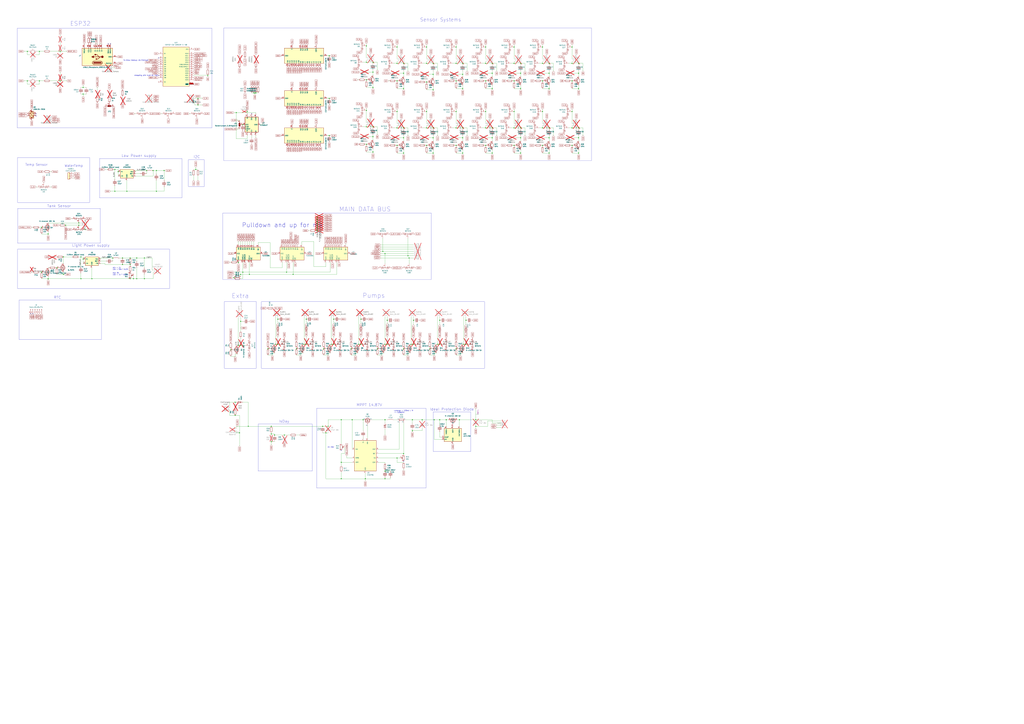
<source format=kicad_sch>
(kicad_sch
	(version 20231120)
	(generator "eeschema")
	(generator_version "8.0")
	(uuid "c26e8d55-0b6e-4c4e-b7c8-b1fed973201c")
	(paper "A0")
	(title_block
		(title "Plant Controller")
		(date "2020-12-21")
		(rev "0.4a")
		(company "C3MA")
	)
	
	(junction
		(at 278.13 502.92)
		(diameter 0)
		(color 0 0 0 0)
		(uuid "006314ff-9060-4674-a7fc-dac02fc6a66c")
	)
	(junction
		(at 314.96 504.19)
		(diameter 0)
		(color 0 0 0 0)
		(uuid "01041127-725b-4ce5-8f58-38fb3fd24a79")
	)
	(junction
		(at 571.5 102.87)
		(diameter 0)
		(color 0 0 0 0)
		(uuid "026b3c24-c4bc-4ca0-82cb-9b3a3781338b")
	)
	(junction
		(at 190.5 198.12)
		(diameter 0)
		(color 0 0 0 0)
		(uuid "044b370d-4a42-4fab-a8a0-78f235931201")
	)
	(junction
		(at 502.92 104.14)
		(diameter 0)
		(color 0 0 0 0)
		(uuid "05921202-6f3d-47e7-afc8-54cf16183806")
	)
	(junction
		(at 424.18 556.26)
		(diameter 0)
		(color 0 0 0 0)
		(uuid "064498dc-e504-4f86-9f3f-c7515e3a87b5")
	)
	(junction
		(at 637.54 177.8)
		(diameter 0)
		(color 0 0 0 0)
		(uuid "067aeb1c-cd17-40a2-9804-d78ecf21918c")
	)
	(junction
		(at 93.98 298.45)
		(diameter 0)
		(color 0 0 0 0)
		(uuid "06d8b90d-baa0-4504-baff-642acafdb6f4")
	)
	(junction
		(at 320.04 400.05)
		(diameter 0)
		(color 0 0 0 0)
		(uuid "09028f9d-45e1-4366-826a-88a396abe002")
	)
	(junction
		(at 671.83 177.8)
		(diameter 0)
		(color 0 0 0 0)
		(uuid "09e9f518-61d1-4fd0-86ec-2ca41f027627")
	)
	(junction
		(at 449.58 400.05)
		(diameter 0)
		(color 0 0 0 0)
		(uuid "0a372b77-1bd4-4b2a-8539-3c6b9cb168d3")
	)
	(junction
		(at 495.3 54.61)
		(diameter 0)
		(color 0 0 0 0)
		(uuid "0b9bd1bd-5d87-4203-ac6d-25f132a9d650")
	)
	(junction
		(at 664.21 168.91)
		(diameter 0)
		(color 0 0 0 0)
		(uuid "0bf93224-513b-43b0-b34e-b83cf88ace50")
	)
	(junction
		(at 287.02 129.54)
		(diameter 0)
		(color 0 0 0 0)
		(uuid "0c1a2e2b-69cb-4ba8-9ed6-a21b6fe1cbe7")
	)
	(junction
		(at 31.75 59.69)
		(diameter 0)
		(color 0 0 0 0)
		(uuid "0c801748-df91-4145-83f3-9b19cb585cd0")
	)
	(junction
		(at 433.07 72.39)
		(diameter 0)
		(color 0 0 0 0)
		(uuid "0ebeefe8-2447-4c3c-80b1-d0d61f1efb48")
	)
	(junction
		(at 93.98 323.85)
		(diameter 0)
		(color 0 0 0 0)
		(uuid "0eea3930-0275-4c9f-97c6-e4491faf7ffd")
	)
	(junction
		(at 537.21 73.66)
		(diameter 0)
		(color 0 0 0 0)
		(uuid "0f7c9f5b-15c0-4d15-9880-73614b9dc27c")
	)
	(junction
		(at 289.56 318.77)
		(diameter 0)
		(color 0 0 0 0)
		(uuid "100d0f8b-2f86-49dd-861e-b2d9c9a4a2d9")
	)
	(junction
		(at 478.79 500.38)
		(diameter 0)
		(color 0 0 0 0)
		(uuid "136b5f16-d5fe-4c8a-8508-0e9ad86f8f43")
	)
	(junction
		(at 396.24 537.21)
		(diameter 0)
		(color 0 0 0 0)
		(uuid "14871bbb-dfd8-4195-8c14-9ec80a720539")
	)
	(junction
		(at 447.04 294.64)
		(diameter 0)
		(color 0 0 0 0)
		(uuid "14b6b14d-4e33-4c9c-a6d4-2829760e6cc4")
	)
	(junction
		(at 490.22 487.68)
		(diameter 0)
		(color 0 0 0 0)
		(uuid "15c019f7-a03b-47ae-a51c-abc73c51bd40")
	)
	(junction
		(at 563.88 54.61)
		(diameter 0)
		(color 0 0 0 0)
		(uuid "1b762162-080c-4e36-b68b-d3bd15571f83")
	)
	(junction
		(at 273.05 467.36)
		(diameter 0)
		(color 0 0 0 0)
		(uuid "1de64cec-e748-4c12-b5b5-b7d914424890")
	)
	(junction
		(at 368.3 265.43)
		(diameter 0)
		(color 0 0 0 0)
		(uuid "1e71c6eb-62eb-41d4-bfde-df1e7aa7c319")
	)
	(junction
		(at 468.63 85.09)
		(diameter 0)
		(color 0 0 0 0)
		(uuid "1f4e3c83-7f84-4013-8458-3254f2649743")
	)
	(junction
		(at 276.86 401.32)
		(diameter 0)
		(color 0 0 0 0)
		(uuid "2124662e-0101-4907-a279-d22f77f179e9")
	)
	(junction
		(at 419.1 370.84)
		(diameter 0)
		(color 0 0 0 0)
		(uuid "2125b107-250d-44b9-ae2a-63555b15b96b")
	)
	(junction
		(at 271.78 322.58)
		(diameter 0)
		(color 0 0 0 0)
		(uuid "21c9489c-b7e7-411e-8242-06cb982ccdfb")
	)
	(junction
		(at 273.05 482.6)
		(diameter 0)
		(color 0 0 0 0)
		(uuid "2235abed-6314-47fb-bd0d-6abfcbf38d24")
	)
	(junction
		(at 541.02 400.05)
		(diameter 0)
		(color 0 0 0 0)
		(uuid "225164a2-0641-4a42-83a1-eb3ceb752f37")
	)
	(junction
		(at 387.35 370.84)
		(diameter 0)
		(color 0 0 0 0)
		(uuid "22b03adb-32c5-4612-9736-645d72daaf12")
	)
	(junction
		(at 510.54 487.68)
		(diameter 0)
		(color 0 0 0 0)
		(uuid "243935e2-4f6a-429d-bbc1-4327fafdf466")
	)
	(junction
		(at 368.3 262.89)
		(diameter 0)
		(color 0 0 0 0)
		(uuid "252d4a75-2db7-460c-aaed-b4520213017f")
	)
	(junction
		(at 425.45 92.71)
		(diameter 0)
		(color 0 0 0 0)
		(uuid "25d1ef73-18e6-4b45-b6a0-d161dc281a1c")
	)
	(junction
		(at 158.75 299.72)
		(diameter 0)
		(color 0 0 0 0)
		(uuid "27bdfd08-9fa2-4018-8386-f5f9458ea23f")
	)
	(junction
		(at 407.67 405.13)
		(diameter 0)
		(color 0 0 0 0)
		(uuid "288439ce-4d40-4524-9a56-c937c30e7f5c")
	)
	(junction
		(at 96.52 300.99)
		(diameter 0)
		(color 0 0 0 0)
		(uuid "2977a76b-3c36-4356-9c23-ef25b0e79774")
	)
	(junction
		(at 480.06 400.05)
		(diameter 0)
		(color 0 0 0 0)
		(uuid "2affe026-8dd0-4fb0-90f9-21a8fa9a4bdc")
	)
	(junction
		(at 461.01 148.59)
		(diameter 0)
		(color 0 0 0 0)
		(uuid "30055c98-462c-4777-a626-cf867239e38d")
	)
	(junction
		(at 55.88 323.85)
		(diameter 0)
		(color 0 0 0 0)
		(uuid "30c447cc-ce18-498c-a30a-de1223bde459")
	)
	(junction
		(at 671.83 148.59)
		(diameter 0)
		(color 0 0 0 0)
		(uuid "31a2a121-855b-4cf9-8440-5bbee3de3f05")
	)
	(junction
		(at 433.07 83.82)
		(diameter 0)
		(color 0 0 0 0)
		(uuid "31ba5875-8927-4bfd-a4f8-3adf246769c4")
	)
	(junction
		(at 596.9 93.98)
		(diameter 0)
		(color 0 0 0 0)
		(uuid "32072a9c-d2dd-4fe3-9085-b2b6c66fab96")
	)
	(junction
		(at 66.04 311.15)
		(diameter 0)
		(color 0 0 0 0)
		(uuid "33109daa-b629-475e-bf83-217328126604")
	)
	(junction
		(at 281.94 144.78)
		(diameter 0)
		(color 0 0 0 0)
		(uuid "348bf06b-daf7-4d97-b82c-b8a5bbf3d06b")
	)
	(junction
		(at 322.58 400.05)
		(diameter 0)
		(color 0 0 0 0)
		(uuid "34e846f7-9dcf-4f40-8420-68c319584cee")
	)
	(junction
		(at 433.07 158.75)
		(diameter 0)
		(color 0 0 0 0)
		(uuid "37a79285-75dc-47b1-85e2-e9c3d074f7c7")
	)
	(junction
		(at 381 495.3)
		(diameter 0)
		(color 0 0 0 0)
		(uuid "394a6417-c4c4-43a0-ad22-7a964e628e7d")
	)
	(junction
		(at 571.5 73.66)
		(diameter 0)
		(color 0 0 0 0)
		(uuid "3cc3bd38-c946-4c29-a625-e712e268d838")
	)
	(junction
		(at 314.96 513.08)
		(diameter 0)
		(color 0 0 0 0)
		(uuid "3d8fb177-4b5a-4526-95fd-c4109587c044")
	)
	(junction
		(at 274.32 130.81)
		(diameter 0)
		(color 0 0 0 0)
		(uuid "3e916cc3-c4bb-4a04-9995-635a73841757")
	)
	(junction
		(at 537.21 86.36)
		(diameter 0)
		(color 0 0 0 0)
		(uuid "4120f630-88f8-4958-99c5-be8a6b4772f2")
	)
	(junction
		(at 461.01 93.98)
		(diameter 0)
		(color 0 0 0 0)
		(uuid "4126858c-c206-4bef-b39b-428bcec4deec")
	)
	(junction
		(at 508 400.05)
		(diameter 0)
		(color 0 0 0 0)
		(uuid "415b2ab4-f4dd-4fee-870b-9ba95dac6a8b")
	)
	(junction
		(at 571.5 148.59)
		(diameter 0)
		(color 0 0 0 0)
		(uuid "4406cfee-0ff2-44ef-a1ef-e6149581217c")
	)
	(junction
		(at 69.85 59.69)
		(diameter 0)
		(color 0 0 0 0)
		(uuid "44bf766d-2222-4637-ada1-6cbff94abbf8")
	)
	(junction
		(at 151.13 323.85)
		(diameter 0)
		(color 0 0 0 0)
		(uuid "44cd3143-c150-4d17-bd07-6ba56767d7c5")
	)
	(junction
		(at 495.3 168.91)
		(diameter 0)
		(color 0 0 0 0)
		(uuid "4593d6e5-bc8e-48f0-9775-93846c33113e")
	)
	(junction
		(at 552.45 487.68)
		(diameter 0)
		(color 0 0 0 0)
		(uuid "464f670a-23da-4072-9135-c7f8cde45344")
	)
	(junction
		(at 353.06 400.05)
		(diameter 0)
		(color 0 0 0 0)
		(uuid "477944b3-0f91-44bb-99ca-1f00b91186f2")
	)
	(junction
		(at 637.54 85.09)
		(diameter 0)
		(color 0 0 0 0)
		(uuid "48fa581b-e31c-40cd-be78-2d3ece0a1d84")
	)
	(junction
		(at 461.01 54.61)
		(diameter 0)
		(color 0 0 0 0)
		(uuid "499fccfc-5e44-4fef-9ee9-4d1fdf9faa8f")
	)
	(junction
		(at 495.3 148.59)
		(diameter 0)
		(color 0 0 0 0)
		(uuid "4bdd9a73-35ba-455b-971d-29ad86479519")
	)
	(junction
		(at 344.17 405.13)
		(diameter 0)
		(color 0 0 0 0)
		(uuid "4c43d807-6025-4458-873e-b0e60bc37c3c")
	)
	(junction
		(at 664.21 54.61)
		(diameter 0)
		(color 0 0 0 0)
		(uuid "4f51b0d3-b93c-48c1-8f94-d8097a17151c")
	)
	(junction
		(at 142.24 299.72)
		(diameter 0)
		(color 0 0 0 0)
		(uuid "4fc5b79a-48b8-4875-b2fa-ce2c0b207ed6")
	)
	(junction
		(at 433.07 176.53)
		(diameter 0)
		(color 0 0 0 0)
		(uuid "5087ffa7-63f2-46a1-b798-fd54a43209da")
	)
	(junction
		(at 419.1 400.05)
		(diameter 0)
		(color 0 0 0 0)
		(uuid "547e0024-8ca5-4fd9-9ed0-6e6fa4efe2d1")
	)
	(junction
		(at 433.07 101.6)
		(diameter 0)
		(color 0 0 0 0)
		(uuid "548c700b-f320-487b-b1e6-213ddcf734d3")
	)
	(junction
		(at 276.86 304.8)
		(diameter 0)
		(color 0 0 0 0)
		(uuid "54c228c6-a419-4461-b51c-f4689ab11c16")
	)
	(junction
		(at 480.06 372.11)
		(diameter 0)
		(color 0 0 0 0)
		(uuid "54f14d31-ee75-4d90-bbd6-d53b9269dae6")
	)
	(junction
		(at 596.9 168.91)
		(diameter 0)
		(color 0 0 0 0)
		(uuid "553fd55b-c9b0-4d42-8fea-fe608c6b3e8f")
	)
	(junction
		(at 504.19 487.68)
		(diameter 0)
		(color 0 0 0 0)
		(uuid "55707df8-1ce8-4b01-b189-1ba64f13e6d9")
	)
	(junction
		(at 447.04 487.68)
		(diameter 0)
		(color 0 0 0 0)
		(uuid "557c9344-c4f5-407c-87a3-c05772708fc7")
	)
	(junction
		(at 425.45 128.27)
		(diameter 0)
		(color 0 0 0 0)
		(uuid "56ab9f7a-a80d-45b5-9f13-38a6ae5e5a2f")
	)
	(junction
		(at 227.33 196.85)
		(diameter 0)
		(color 0 0 0 0)
		(uuid "59cefdea-f0fc-4a2c-8ab5-1fb284bbff64")
	)
	(junction
		(at 48.26 264.16)
		(diameter 0)
		(color 0 0 0 0)
		(uuid "5a159a05-57fa-411f-9de3-7f0e035fb745")
	)
	(junction
		(at 154.94 323.85)
		(diameter 0)
		(color 0 0 0 0)
		(uuid "5a782664-d096-4b9f-8da4-e576a5adbff8")
	)
	(junction
		(at 468.63 527.05)
		(diameter 0)
		(color 0 0 0 0)
		(uuid "5aef8b40-8452-4805-a5e4-da8d93469853")
	)
	(junction
		(at 461.01 532.13)
		(diameter 0)
		(color 0 0 0 0)
		(uuid "5daa4784-f5ea-45b1-b6e6-5ed7605a4fd9")
	)
	(junction
		(at 604.52 85.09)
		(diameter 0)
		(color 0 0 0 0)
		(uuid "5db28c81-ecda-48cf-9cf5-82a4652c2d72")
	)
	(junction
		(at 596.9 73.66)
		(diameter 0)
		(color 0 0 0 0)
		(uuid "5de7b025-2047-4e98-ad34-d25039409f9e")
	)
	(junction
		(at 311.15 405.13)
		(diameter 0)
		(color 0 0 0 0)
		(uuid "5df117be-4263-48e0-a710-5721bdeecfb9")
	)
	(junction
		(at 382.27 157.48)
		(diameter 0)
		(color 0 0 0 0)
		(uuid "5e7a5161-1647-47d6-9e0b-ff9ce9e31b86")
	)
	(junction
		(at 495.3 95.25)
		(diameter 0)
		(color 0 0 0 0)
		(uuid "5ebba679-b1e7-40e7-a21c-eaac87c82160")
	)
	(junction
		(at 433.07 147.32)
		(diameter 0)
		(color 0 0 0 0)
		(uuid "5ee86e6c-9861-45ff-aaf3-b0ce155250f5")
	)
	(junction
		(at 533.4 487.68)
		(diameter 0)
		(color 0 0 0 0)
		(uuid "60684402-d96a-439d-a47a-f1940a639b1b")
	)
	(junction
		(at 637.54 73.66)
		(diameter 0)
		(color 0 0 0 0)
		(uuid "6283297a-b875-4df2-a42b-317a52403718")
	)
	(junction
		(at 133.35 222.25)
		(diameter 0)
		(color 0 0 0 0)
		(uuid "62e83d49-6450-4f8e-9161-9823cbd9fa8a")
	)
	(junction
		(at 396.24 556.26)
		(diameter 0)
		(color 0 0 0 0)
		(uuid "62e8e510-5776-41a5-b7ef-659764595cf0")
	)
	(junction
		(at 629.92 54.61)
		(diameter 0)
		(color 0 0 0 0)
		(uuid "639a9374-4baa-414a-a5c4-7e13d2852c2e")
	)
	(junction
		(at 468.63 102.87)
		(diameter 0)
		(color 0 0 0 0)
		(uuid "650b02e4-fb4a-4097-88f3-57b476d8f112")
	)
	(junction
		(at 529.59 54.61)
		(diameter 0)
		(color 0 0 0 0)
		(uuid "66f71efe-5a3b-4842-81ad-702f6a9183fb")
	)
	(junction
		(at 332.74 316.23)
		(diameter 0)
		(color 0 0 0 0)
		(uuid "68f4d8af-c27e-4056-a2a9-dbd2514de570")
	)
	(junction
		(at 664.21 93.98)
		(diameter 0)
		(color 0 0 0 0)
		(uuid "690f2dc5-5473-4546-a0f5-1e3f20786db0")
	)
	(junction
		(at 478.79 487.68)
		(diameter 0)
		(color 0 0 0 0)
		(uuid "697147b1-0224-4f54-a454-fb14851852a2")
	)
	(junction
		(at 502.92 73.66)
		(diameter 0)
		(color 0 0 0 0)
		(uuid "6b072436-9cc5-44f0-8cab-e5273772d205")
	)
	(junction
		(at 518.16 487.68)
		(diameter 0)
		(color 0 0 0 0)
		(uuid "6b9d9747-b3ff-43d2-8486-466834aa4452")
	)
	(junction
		(at 447.04 547.37)
		(diameter 0)
		(color 0 0 0 0)
		(uuid "6bee4d3f-40c6-4254-8d07-1c0c6ec2a6f4")
	)
	(junction
		(at 449.58 372.11)
		(diameter 0)
		(color 0 0 0 0)
		(uuid "6c849387-b46a-4c70-adb8-4a7816d1702c")
	)
	(junction
		(at 130.81 299.72)
		(diameter 0)
		(color 0 0 0 0)
		(uuid "6e8888f6-ec84-4dea-a75b-c49e51edec1e")
	)
	(junction
		(at 571.5 177.8)
		(diameter 0)
		(color 0 0 0 0)
		(uuid "6ee7607b-1843-4037-994f-9b421f85c34b")
	)
	(junction
		(at 596.9 148.59)
		(diameter 0)
		(color 0 0 0 0)
		(uuid "708152d4-5c67-4c3c-967a-78dd154354ad")
	)
	(junction
		(at 529.59 93.98)
		(diameter 0)
		(color 0 0 0 0)
		(uuid "718782ac-57c8-435b-9457-ce995955847d")
	)
	(junction
		(at 368.3 257.81)
		(diameter 0)
		(color 0 0 0 0)
		(uuid "7357611e-6eb5-4b44-a3c1-ee563f8ae0ea")
	)
	(junction
		(at 447.04 400.05)
		(diameter 0)
		(color 0 0 0 0)
		(uuid "74872d2f-df92-44ce-a737-7d0693ac46a3")
	)
	(junction
		(at 288.29 495.3)
		(diameter 0)
		(color 0 0 0 0)
		(uuid "74d5e0e4-cd91-4e01-8980-afaf347113fd")
	)
	(junction
		(at 91.44 259.08)
		(diameter 0)
		(color 0 0 0 0)
		(uuid "750169c9-8dda-4196-8b70-7629a1386317")
	)
	(junction
		(at 421.64 487.68)
		(diameter 0)
		(color 0 0 0 0)
		(uuid "792fa4db-0ff6-47c2-b282-e4d8f6701888")
	)
	(junction
		(at 637.54 102.87)
		(diameter 0)
		(color 0 0 0 0)
		(uuid "79ec289a-2f85-4055-9210-f7916fbc3d1f")
	)
	(junction
		(at 596.9 54.61)
		(diameter 0)
		(color 0 0 0 0)
		(uuid "7a5115d1-34f1-4afd-aab6-8c3f89df22ba")
	)
	(junction
		(at 671.83 160.02)
		(diameter 0)
		(color 0 0 0 0)
		(uuid "7e319f56-b85a-4463-b8f9-7ad8f5763ea8")
	)
	(junction
		(at 147.32 222.25)
		(diameter 0)
		(color 0 0 0 0)
		(uuid "7ea02348-2ae2-4ac7-a02a-9029063eb3d7")
	)
	(junction
		(at 637.54 160.02)
		(diameter 0)
		(color 0 0 0 0)
		(uuid "7eac8976-1652-4c0a-a76d-0530fe3ae3ae")
	)
	(junction
		(at 461.01 129.54)
		(diameter 0)
		(color 0 0 0 0)
		(uuid "7f0237e1-1d71-4027-86cb-d7488d6dce27")
	)
	(junction
		(at 281.94 316.23)
		(diameter 0)
		(color 0 0 0 0)
		(uuid "805ba7db-9e85-428e-9f5b-9063e8278c60")
	)
	(junction
		(at 229.87 121.92)
		(diameter 0)
		(color 0 0 0 0)
		(uuid "80d65bc6-dba9-4812-bdea-0cc2f75d7859")
	)
	(junction
		(at 468.63 405.13)
		(diameter 0)
		(color 0 0 0 0)
		(uuid "80f5b8a1-cdbe-4850-a609-339b8c898669")
	)
	(junction
		(at 473.71 297.18)
		(diameter 0)
		(color 0 0 0 0)
		(uuid "819a85d3-cd43-455c-8023-715c1f29dcd2")
	)
	(junction
		(at 502.92 160.02)
		(diameter 0)
		(color 0 0 0 0)
		(uuid "8239b883-7ac0-49ae-91b3-07b3826c7fe2")
	)
	(junction
		(at 73.66 298.45)
		(diameter 0)
		(color 0 0 0 0)
		(uuid "82572895-6594-489b-b5dd-a8b4d09bcb09")
	)
	(junction
		(at 177.8 198.12)
		(diameter 0)
		(color 0 0 0 0)
		(uuid "843e9870-799e-444a-a4e6-716ced5cbe43")
	)
	(junction
		(at 637.54 148.59)
		(diameter 0)
		(color 0 0 0 0)
		(uuid "89062818-c01b-4c5a-a12c-1e35d52780ff")
	)
	(junction
		(at 425.45 53.34)
		(diameter 0)
		(color 0 0 0 0)
		(uuid "89c9668d-eb10-4371-9427-2b0654758741")
	)
	(junction
		(at 563.88 93.98)
		(diameter 0)
		(color 0 0 0 0)
		(uuid "8bd86f79-7f9c-4c30-9dd8-981806e53813")
	)
	(junction
		(at 671.83 102.87)
		(diameter 0)
		(color 0 0 0 0)
		(uuid "8db1d203-e627-40a1-9aa1-eb87a34a27ca")
	)
	(junction
		(at 76.2 261.62)
		(diameter 0)
		(color 0 0 0 0)
		(uuid "8dbf3f53-4dbe-4577-8253-5d3d05e20a7d")
	)
	(junction
		(at 375.92 405.13)
		(diameter 0)
		(color 0 0 0 0)
		(uuid "8ddc18df-7f6d-40fe-971f-5b7ea913cac2")
	)
	(junction
		(at 495.3 73.66)
		(diameter 0)
		(color 0 0 0 0)
		(uuid "91f51afc-74e9-4689-bf90-5b054783b568")
	)
	(junction
		(at 137.16 199.39)
		(diameter 0)
		(color 0 0 0 0)
		(uuid "9330ab14-2e88-49fc-b8ec-647acef19c05")
	)
	(junction
		(at 425.45 147.32)
		(diameter 0)
		(color 0 0 0 0)
		(uuid "93f019f6-1cb2-47ce-ad4a-b71afdbed778")
	)
	(junction
		(at 529.59 129.54)
		(diameter 0)
		(color 0 0 0 0)
		(uuid "943b67a7-896a-4d51-b5a7-cd6889520825")
	)
	(junction
		(at 571.5 160.02)
		(diameter 0)
		(color 0 0 0 0)
		(uuid "944582dc-9ad6-4270-b98c-6b7423b11410")
	)
	(junction
		(at 537.21 148.59)
		(diameter 0)
		(color 0 0 0 0)
		(uuid "957e10ff-76bd-489f-b9fe-ab1fdb884450")
	)
	(junction
		(at 368.3 255.27)
		(diameter 0)
		(color 0 0 0 0)
		(uuid "95e16490-1476-42b0-b339-2eae951bab1c")
	)
	(junction
		(at 151.13 307.34)
		(diameter 0)
		(color 0 0 0 0)
		(uuid "96f15460-13f3-4312-89f8-b71934eaedb8")
	)
	(junction
		(at 671.83 73.66)
		(diameter 0)
		(color 0 0 0 0)
		(uuid "974cb32f-b17f-415b-a3ed-4c573300644d")
	)
	(junction
		(at 106.68 323.85)
		(diameter 0)
		(color 0 0 0 0)
		(uuid "977868cb-abe1-483f-8f43-5a8a20726067")
	)
	(junction
		(at 563.88 168.91)
		(diameter 0)
		(color 0 0 0 0)
		(uuid "979d0b85-f2dc-43e5-91a2-e7e9a479ccd3")
	)
	(junction
		(at 382.27 64.77)
		(diameter 0)
		(color 0 0 0 0)
		(uuid "99de8f7d-0bac-4189-8a58-7eb488261416")
	)
	(junction
		(at 552.45 495.3)
		(diameter 0)
		(color 0 0 0 0)
		(uuid "9a8358d1-ea0c-4e4d-bd7f-459dfdba752f")
	)
	(junction
		(at 571.5 85.09)
		(diameter 0)
		(color 0 0 0 0)
		(uuid "9b65336d-5277-4cda-9817-8d963731baca")
	)
	(junction
		(at 241.3 87.63)
		(diameter 0)
		(color 0 0 0 0)
		(uuid "9d32f91d-40f9-42f9-b044-70d19854227e")
	)
	(junction
		(at 510.54 372.11)
		(diameter 0)
		(color 0 0 0 0)
		(uuid "a1d7e5c8-d217-457c-b56c-ecad97fd4c0e")
	)
	(junction
		(at 538.48 400.05)
		(diameter 0)
		(color 0 0 0 0)
		(uuid "a29c0663-342d-4535-aac0-b31dad8318cf")
	)
	(junction
		(at 45.72 59.69)
		(diameter 0)
		(color 0 0 0 0)
		(uuid "a3104c80-278d-416a-b409-fd08d784c6c7")
	)
	(junction
		(at 563.88 73.66)
		(diameter 0)
		(color 0 0 0 0)
		(uuid "a4f2e3e9-2f62-4ed2-91cb-96ac4bea021e")
	)
	(junction
		(at 355.6 400.05)
		(diameter 0)
		(color 0 0 0 0)
		(uuid "a685894a-983c-450f-b9c3-4d7e6d929974")
	)
	(junction
		(at 425.45 167.64)
		(diameter 0)
		(color 0 0 0 0)
		(uuid "a692c08c-551f-44a7-adb6-606c3bb62932")
	)
	(junction
		(at 167.64 323.85)
		(diameter 0)
		(color 0 0 0 0)
		(uuid "a70da482-a861-4e2f-9d2b-6183a6f0f87e")
	)
	(junction
		(at 629.92 129.54)
		(diameter 0)
		(color 0 0 0 0)
		(uuid "a77abfe7-e262-4002-9648-a4dca1c184b1")
	)
	(junction
		(at 495.3 129.54)
		(diameter 0)
		(color 0 0 0 0)
		(uuid "a7ead05e-fd26-4f6a-98b1-c130e29a0605")
	)
	(junction
		(at 408.94 487.68)
		(diameter 0)
		(color 0 0 0 0)
		(uuid "a90e40e7-9f3e-4a7e-bc30-d292bc1ab9ed")
	)
	(junction
		(at 396.24 487.68)
		(diameter 0)
		(color 0 0 0 0)
		(uuid "a918e227-4862-4ef1-b1b4-1ecbab47421d")
	)
	(junction
		(at 529.59 168.91)
		(diameter 0)
		(color 0 0 0 0)
		(uuid "a97fc95b-6246-49f0-b0cf-bf3aa6f54de2")
	)
	(junction
		(at 99.06 266.7)
		(diameter 0)
		(color 0 0 0 0)
		(uuid "a99f2dd3-1db5-4646-bd5d-42af73cee85a")
	)
	(junction
		(at 378.46 502.92)
		(diameter 0)
		(color 0 0 0 0)
		(uuid "aa0d7669-67ff-4603-888b-7d15a03d73a6")
	)
	(junction
		(at 151.13 299.72)
		(diameter 0)
		(color 0 0 0 0)
		(uuid "aa659c87-6d9f-4a94-913b-ec00337baaa9")
	)
	(junction
		(at 537.21 160.02)
		(diameter 0)
		(color 0 0 0 0)
		(uuid "aa7470b0-25fe-426c-8e11-da1c1d924805")
	)
	(junction
		(at 142.24 307.34)
		(diameter 0)
		(color 0 0 0 0)
		(uuid "ab83cc7b-a4bb-42ce-806a-ad57b1f1f16f")
	)
	(junction
		(at 318.77 505.46)
		(diameter 0)
		(color 0 0 0 0)
		(uuid "ac18742b-0669-4417-bf96-99d1ab0ff75f")
	)
	(junction
		(at 529.59 405.13)
		(diameter 0)
		(color 0 0 0 0)
		(uuid "ac6041ae-1077-46a6-b33a-6e568b0f7d89")
	)
	(junction
		(at 297.18 107.95)
		(diameter 0)
		(color 0 0 0 0)
		(uuid "ad6aca5a-aa99-4b42-a3e4-f6f27dae664e")
	)
	(junction
		(at 355.6 370.84)
		(diameter 0)
		(color 0 0 0 0)
		(uuid "ae161ff6-e303-4db5-b037-b1f45682a4bb")
	)
	(junction
		(at 604.52 73.66)
		(diameter 0)
		(color 0 0 0 0)
		(uuid "af24c530-bace-4098-b28e-8213bb1a8743")
	)
	(junction
		(at 295.91 107.95)
		(diameter 0)
		(color 0 0 0 0)
		(uuid "af4549b6-4e25-4c36-b4d9-5cfa50547ca1")
	)
	(junction
		(at 382.27 114.3)
		(diameter 0)
		(color 0 0 0 0)
		(uuid "b5f987b1-82e9-4d50-afd8-20682cecf96f")
	)
	(junction
		(at 468.63 177.8)
		(diameter 0)
		(color 0 0 0 0)
		(uuid "b88c6033-15ac-4b13-83da-7bbe1c1195dd")
	)
	(junction
		(at 502.92 177.8)
		(diameter 0)
		(color 0 0 0 0)
		(uuid "bb2d97e8-7888-40b3-ad5f-0b2ed971ec7b")
	)
	(junction
		(at 73.66 318.77)
		(diameter 0)
		(color 0 0 0 0)
		(uuid "c1341956-3e76-4b89-ab41-469a1db0015c")
	)
	(junction
		(at 510.54 400.05)
		(diameter 0)
		(color 0 0 0 0)
		(uuid "c1611925-d0ac-42a4-83ae-6844b1cb71e3")
	)
	(junction
		(at 461.01 73.66)
		(diameter 0)
		(color 0 0 0 0)
		(uuid "c1f12c77-fc36-4c4e-9402-b971f8787376")
	)
	(junction
		(at 91.44 261.62)
		(diameter 0)
		(color 0 0 0 0)
		(uuid "c2c812ed-41b4-4200-984f-e76eae1d14de")
	)
	(junction
		(at 45.72 93.98)
		(diameter 0)
		(color 0 0 0 0)
		(uuid "c39add44-ba76-41fb-8f18-28fa0366e282")
	)
	(junction
		(at 314.96 495.3)
		(diameter 0)
		(color 0 0 0 0)
		(uuid "c658b47a-3e79-4147-ac21-89a17ecf409a")
	)
	(junction
		(at 322.58 370.84)
		(diameter 0)
		(color 0 0 0 0)
		(uuid "c6d07995-bb57-4c01-9d40-c8c408016a09")
	)
	(junction
		(at 468.63 73.66)
		(diameter 0)
		(color 0 0 0 0)
		(uuid "c9bcc4dd-2e45-4814-917d-222bf96092ff")
	)
	(junction
		(at 181.61 222.25)
		(diameter 0)
		(color 0 0 0 0)
		(uuid "cac620f5-0af6-41f8-9844-d9f07ee0c129")
	)
	(junction
		(at 279.4 373.38)
		(diameter 0)
		(color 0 0 0 0)
		(uuid "cbfbbc2e-484a-4954-8dc2-c7386c5d1301")
	)
	(junction
		(at 529.59 73.66)
		(diameter 0)
		(color 0 0 0 0)
		(uuid "cc4db2b3-7a3d-4ef2-b3b0-bc2a5b38938e")
	)
	(junction
		(at 133.35 196.85)
		(diameter 0)
		(color 0 0 0 0)
		(uuid "cc922bc0-96bd-4b17-b53a-b9b1b8fdaebf")
	)
	(junction
		(at 294.64 107.95)
		(diameter 0)
		(color 0 0 0 0)
		(uuid "cd4269e0-1f42-4344-8d26-de82a41ddaff")
	)
	(junction
		(at 629.92 93.98)
		(diameter 0)
		(color 0 0 0 0)
		(uuid "ceefa2d2-00e3-4b3c-a7ad-0e8ac388ebb9")
	)
	(junction
		(at 604.52 177.8)
		(diameter 0)
		(color 0 0 0 0)
		(uuid "d001e9a1-587b-41cc-81aa-c56d8da361ee")
	)
	(junction
		(at 499.11 405.13)
		(diameter 0)
		(color 0 0 0 0)
		(uuid "d0ccfc37-9d2e-4994-b901-fab6c387aa2a")
	)
	(junction
		(at 537.21 177.8)
		(diameter 0)
		(color 0 0 0 0)
		(uuid "d1010438-7a43-4538-9e86-217bd01f8c14")
	)
	(junction
		(at 368.3 267.97)
		(diameter 0)
		(color 0 0 0 0)
		(uuid "d14a960b-df64-4cee-80fc-25c3debc3b63")
	)
	(junction
		(at 158.75 323.85)
		(diameter 0)
		(color 0 0 0 0)
		(uuid "d17c286e-9606-4cb2-902a-10021903ed9a")
	)
	(junction
		(at 671.83 85.09)
		(diameter 0)
		(color 0 0 0 0)
		(uuid "d1d52e82-91ba-48cd-b468-139b1071e8d5")
	)
	(junction
		(at 31.75 93.98)
		(diameter 0)
		(color 0 0 0 0)
		(uuid "d2b0a197-1410-44de-bdc3-e63959ff5b39")
	)
	(junction
		(at 537.21 102.87)
		(diameter 0)
		(color 0 0 0 0)
		(uuid "d2b90904-e6cb-4742-881e-0fd35570115c")
	)
	(junction
		(at 368.3 252.73)
		(diameter 0)
		(color 0 0 0 0)
		(uuid "d48d5ecb-021c-46d1-b6e1-8cccf5ad30d1")
	)
	(junction
		(at 55.88 271.78)
		(diameter 0)
		(color 0 0 0 0)
		(uuid "d6db9766-b81b-4a66-bc0a-843f0aeb559b")
	)
	(junction
		(at 541.02 372.11)
		(diameter 0)
		(color 0 0 0 0)
		(uuid "d776c8dc-ee54-41b4-8224-e7ddbf0679dc")
	)
	(junction
		(at 229.87 114.3)
		(diameter 0)
		(color 0 0 0 0)
		(uuid "d87ec7ee-a984-4873-af6a-591dbaf9505a")
	)
	(junction
		(at 438.15 405.13)
		(diameter 0)
		(color 0 0 0 0)
		(uuid "db8fa153-556e-4fc4-a8b6-63a7062d08ed")
	)
	(junction
		(at 425.45 72.39)
		(diameter 0)
		(color 0 0 0 0)
		(uuid "dc8c6e94-1eff-45c1-b92e-b1caf2f34015")
	)
	(junction
		(at 181.61 198.12)
		(diameter 0)
		(color 0 0 0 0)
		(uuid "dd5d2f91-6f31-4419-a01a-1ac3389098ab")
	)
	(junction
		(at 374.65 495.3)
		(diameter 0)
		(color 0 0 0 0)
		(uuid "dda3d65b-6f54-4ee4-b1a0-dc35f1b01992")
	)
	(junction
		(at 170.18 198.12)
		(diameter 0)
		(color 0 0 0 0)
		(uuid "de92b6a6-7a53-41cb-a051-66e1e7d1d440")
	)
	(junction
		(at 368.3 260.35)
		(diameter 0)
		(color 0 0 0 0)
		(uuid "dfafa1ec-5cf4-4609-89b7-e43a37c90c17")
	)
	(junction
		(at 529.59 148.59)
		(diameter 0)
		(color 0 0 0 0)
		(uuid "e018a52d-1f7f-43d2-9757-f2f7c2a0a9c0")
	)
	(junction
		(at 604.52 148.59)
		(diameter 0)
		(color 0 0 0 0)
		(uuid "e0334824-28a0-4a4e-ab6d-b2e5a2ed4e19")
	)
	(junction
		(at 604.52 160.02)
		(diameter 0)
		(color 0 0 0 0)
		(uuid "e03df205-b0f8-4eb0-94ac-6d108b56efdd")
	)
	(junction
		(at 330.2 505.46)
		(diameter 0)
		(color 0 0 0 0)
		(uuid "e2f6e31f-b2af-4b71-9817-61b154679a81")
	)
	(junction
		(at 664.21 73.66)
		(diameter 0)
		(color 0 0 0 0)
		(uuid "e3a79e63-e583-47fd-8a7e-9e2f377a96f0")
	)
	(junction
		(at 267.97 406.4)
		(diameter 0)
		(color 0 0 0 0)
		(uuid "e3bac401-521f-443a-951f-18f502070861")
	)
	(junction
		(at 340.36 318.77)
		(diameter 0)
		(color 0 0 0 0)
		(uuid "e464f851-f7e1-4e95-b3ff-5a5e1e06a88d")
	)
	(junction
		(at 167.64 299.72)
		(diameter 0)
		(color 0 0 0 0)
		(uuid "e48746df-7668-499a-98dc-b9ffcda2bccd")
	)
	(junction
		(at 48.26 316.23)
		(diameter 0)
		(color 0 0 0 0)
		(uuid "e4c2dbc9-3598-4718-afb3-500c7ff75445")
	)
	(junction
		(at 447.04 556.26)
		(diameter 0)
		(color 0 0 0 0)
		(uuid "e5f993bb-4d95-4a9a-b24b-923011bb963a")
	)
	(junction
		(at 387.35 400.05)
		(diameter 0)
		(color 0 0 0 0)
		(uuid "e6344c4b-5e26-4315-8e1d-efd642df3581")
	)
	(junction
		(at 563.88 148.59)
		(diameter 0)
		(color 0 0 0 0)
		(uuid "e76d7a19-9315-45bb-9ea4-e65adba1a7a8")
	)
	(junction
		(at 444.5 292.1)
		(diameter 0)
		(color 0 0 0 0)
		(uuid "e86900c0-86ce-4777-88bb-4f9ecf777fc0")
	)
	(junction
		(at 629.92 168.91)
		(diameter 0)
		(color 0 0 0 0)
		(uuid "e879c254-09e3-4fcf-9f2d-28dd7d9ba433")
	)
	(junction
		(at 468.63 148.59)
		(diameter 0)
		(color 0 0 0 0)
		(uuid "e97dcb44-7b48-4f00-aba6-795f672687ba")
	)
	(junction
		(at 279.4 401.32)
		(diameter 0)
		(color 0 0 0 0)
		(uuid "ea81a12e-80a8-4055-a8fc-17c9562b0042")
	)
	(junction
		(at 279.4 318.77)
		(diameter 0)
		(color 0 0 0 0)
		(uuid "eb134ef6-0e32-46e8-9263-d8797dfe432d")
	)
	(junction
		(at 629.92 73.66)
		(diameter 0)
		(color 0 0 0 0)
		(uuid "ec234dbf-5504-4d77-9942-03edf134f9e0")
	)
	(junction
		(at 96.52 109.22)
		(diameter 0)
		(color 0 0 0 0)
		(uuid "eccbfa59-0c6d-47df-8d18-db1d8a427072")
	)
	(junction
		(at 69.85 93.98)
		(diameter 0)
		(color 0 0 0 0)
		(uuid "ed603a96-a752-490d-9f6b-e11a5c28a267")
	)
	(junction
		(at 629.92 148.59)
		(diameter 0)
		(color 0 0 0 0)
		(uuid "ee1a89d1-031b-4d98-a62d-973c7823ade8")
	)
	(junction
		(at 477.52 400.05)
		(diameter 0)
		(color 0 0 0 0)
		(uuid "ee4ab3a4-59f7-4db1-a482-501b9cb3788f")
	)
	(junction
		(at 474.98 299.72)
		(diameter 0)
		(color 0 0 0 0)
		(uuid "ef25ea8a-6f53-4ead-85fb-dc902e324c3a")
	)
	(junction
		(at 502.92 86.36)
		(diameter 0)
		(color 0 0 0 0)
		(uuid "efdf307e-8d67-430a-8c03-6dab3e4f4f72")
	)
	(junction
		(at 96.52 101.6)
		(diameter 0)
		(color 0 0 0 0)
		(uuid "f1a67806-2122-488a-be9e-3def99cac9b4")
	)
	(junction
		(at 468.63 160.02)
		(diameter 0)
		(color 0 0 0 0)
		(uuid "f3311c3a-ce52-435d-9996-86b7f9c1e897")
	)
	(junction
		(at 384.81 400.05)
		(diameter 0)
		(color 0 0 0 0)
		(uuid "f33c1570-2595-49f1-9ca5-56aecadb8578")
	)
	(junction
		(at 461.01 168.91)
		(diameter 0)
		(color 0 0 0 0)
		(uuid "f46f3c81-f81c-494b-940e-b2a7612a9b00")
	)
	(junction
		(at 502.92 148.59)
		(diameter 0)
		(color 0 0 0 0)
		(uuid "f97a5685-0e9a-42fc-8703-e760793b9fd0")
	)
	(junction
		(at 664.21 148.59)
		(diameter 0)
		(color 0 0 0 0)
		(uuid "fadeb8be-e293-403d-b08e-d4079f1d66c2")
	)
	(junction
		(at 596.9 129.54)
		(diameter 0)
		(color 0 0 0 0)
		(uuid "faf76a27-4651-4082-83d1-9449cc5a0db2")
	)
	(junction
		(at 664.21 129.54)
		(diameter 0)
		(color 0 0 0 0)
		(uuid "fd16341c-1c4c-4bd6-a643-9f711a9c3408")
	)
	(junction
		(at 563.88 129.54)
		(diameter 0)
		(color 0 0 0 0)
		(uuid "fd82d936-40c3-47c3-8f6b-5ed31b17a829")
	)
	(junction
		(at 604.52 102.87)
		(diameter 0)
		(color 0 0 0 0)
		(uuid "fedba8c9-8c3d-4d07-a3e2-646f50f83f6f")
	)
	(junction
		(at 416.56 400.05)
		(diameter 0)
		(color 0 0 0 0)
		(uuid "ff4c02dc-5696-44f6-8008-5806e9acfc7a")
	)
	(no_connect
		(at 38.1 364.49)
		(uuid "133b7027-41a1-4e09-a1e6-24d8bb033b2a")
	)
	(no_connect
		(at 396.24 523.24)
		(uuid "16bd24e1-85b5-4789-83d0-c7b0f2148660")
	)
	(no_connect
		(at 128.27 50.8)
		(uuid "16cd29f7-51e5-42c3-ada2-8a4c178b95ad")
	)
	(no_connect
		(at 468.63 535.94)
		(uuid "4e457355-1d35-45ea-8f21-39e64314e210")
	)
	(no_connect
		(at 184.15 67.31)
		(uuid "6d645bf1-339f-4b38-a26a-bdd168ca591e")
	)
	(no_connect
		(at 41.91 134.62)
		(uuid "6e3bf7f5-ac34-42e8-8ef5-a375f9ec4670")
	)
	(no_connect
		(at 35.56 364.49)
		(uuid "a8b1637e-8d2e-4941-b9bd-532be9ff9ba7")
	)
	(no_connect
		(at 125.73 50.8)
		(uuid "ab0c5d95-39c0-4c07-a7ec-b4ac971672cf")
	)
	(no_connect
		(at 41.91 132.08)
		(uuid "d86b8e60-6beb-4fca-8d73-f997d63653a6")
	)
	(no_connect
		(at 292.1 132.08)
		(uuid "dd3ce984-3983-4f09-82f2-e087fd9c0ec0")
	)
	(no_connect
		(at 184.15 87.63)
		(uuid "f3c5dacd-33c5-408d-ad7a-be143502967e")
	)
	(wire
		(pts
			(xy 157.48 199.39) (xy 157.48 198.12)
		)
		(stroke
			(width 0)
			(type default)
		)
		(uuid "00544d92-b95c-48ab-bded-20aed4215a84")
	)
	(wire
		(pts
			(xy 468.63 99.06) (xy 468.63 102.87)
		)
		(stroke
			(width 0)
			(type default)
		)
		(uuid "00606928-bac5-4408-a3d7-21407fadee68")
	)
	(wire
		(pts
			(xy 115.57 50.8) (xy 118.11 50.8)
		)
		(stroke
			(width 0)
			(type default)
		)
		(uuid "01464f01-1c59-4028-9471-09addc9dbe7c")
	)
	(wire
		(pts
			(xy 41.91 63.5) (xy 45.72 63.5)
		)
		(stroke
			(width 0)
			(type default)
		)
		(uuid "0177a789-58ee-4342-a75b-6dc9759a0292")
	)
	(wire
		(pts
			(xy 176.53 313.69) (xy 176.53 299.72)
		)
		(stroke
			(width 0)
			(type default)
		)
		(uuid "017ff145-3761-41b1-9921-b6b9c4d34ef1")
	)
	(wire
		(pts
			(xy 438.15 81.28) (xy 438.15 72.39)
		)
		(stroke
			(width 0)
			(type default)
		)
		(uuid "01857332-fc13-4684-bb70-f9eee886c3a0")
	)
	(wire
		(pts
			(xy 510.54 372.11) (xy 510.54 377.19)
		)
		(stroke
			(width 0)
			(type default)
		)
		(uuid "019c3cdc-6669-4649-94f3-4ae853aeb18a")
	)
	(wire
		(pts
			(xy 604.52 173.99) (xy 604.52 177.8)
		)
		(stroke
			(width 0)
			(type default)
		)
		(uuid "01eb084a-fac6-4933-81d9-7496a9d7ebe6")
	)
	(wire
		(pts
			(xy 381 487.68) (xy 381 495.3)
		)
		(stroke
			(width 0)
			(type default)
		)
		(uuid "0209f908-9ab2-4859-bfcd-be82dd453d27")
	)
	(wire
		(pts
			(xy 55.88 259.08) (xy 91.44 259.08)
		)
		(stroke
			(width 0)
			(type default)
		)
		(uuid "02ba64d9-e763-4d47-978e-74978085583f")
	)
	(wire
		(pts
			(xy 314.96 513.08) (xy 314.96 516.89)
		)
		(stroke
			(width 0)
			(type default)
		)
		(uuid "02d9f525-81dc-4358-a721-5c3e828397c8")
	)
	(wire
		(pts
			(xy 381 410.21) (xy 381 412.75)
		)
		(stroke
			(width 0)
			(type default)
		)
		(uuid "0404e42b-a8e3-46d1-bd78-a03d3bf9ef75")
	)
	(wire
		(pts
			(xy 571.5 157.48) (xy 571.5 160.02)
		)
		(stroke
			(width 0)
			(type default)
		)
		(uuid "043cb6ff-a5c8-4fbb-82cf-aefb30c6af7f")
	)
	(wire
		(pts
			(xy 502.92 148.59) (xy 502.92 149.86)
		)
		(stroke
			(width 0)
			(type default)
		)
		(uuid "0476c96d-84c7-40c6-a537-1e276919c966")
	)
	(wire
		(pts
			(xy 322.58 368.3) (xy 322.58 370.84)
		)
		(stroke
			(width 0)
			(type default)
		)
		(uuid "0493a217-294f-4dbb-9ddb-266a136d82bf")
	)
	(wire
		(pts
			(xy 447.04 556.26) (xy 447.04 554.99)
		)
		(stroke
			(width 0)
			(type default)
		)
		(uuid "050384b2-02ed-4f35-bf49-9f2b56872ebf")
	)
	(wire
		(pts
			(xy 266.7 467.36) (xy 273.05 467.36)
		)
		(stroke
			(width 0)
			(type default)
		)
		(uuid "0528c3df-8906-4063-94f0-6f2c8cf50025")
	)
	(wire
		(pts
			(xy 441.96 297.18) (xy 473.71 297.18)
		)
		(stroke
			(width 0)
			(type default)
		)
		(uuid "060df674-6c99-455c-90bc-a6a9efc03924")
	)
	(wire
		(pts
			(xy 537.21 410.21) (xy 534.67 410.21)
		)
		(stroke
			(width 0)
			(type default)
		)
		(uuid "064a38e2-3216-4113-a380-67f38427a639")
	)
	(wire
		(pts
			(xy 408.94 521.97) (xy 408.94 487.68)
		)
		(stroke
			(width 0)
			(type default)
		)
		(uuid "06aab875-7c24-44e0-af16-3ef5b38c789f")
	)
	(wire
		(pts
			(xy 177.8 323.85) (xy 177.8 316.23)
		)
		(stroke
			(width 0)
			(type default)
		)
		(uuid "0707b3d1-d988-44db-8586-ffdfd16b4e1a")
	)
	(wire
		(pts
			(xy 190.5 198.12) (xy 190.5 209.55)
		)
		(stroke
			(width 0)
			(type default)
		)
		(uuid "073a5a3e-ce2a-4308-9d5f-8e5083d6900a")
	)
	(wire
		(pts
			(xy 468.63 102.87) (xy 468.63 104.14)
		)
		(stroke
			(width 0)
			(type default)
		)
		(uuid "0802fcfa-31f6-4de3-837d-50a67ccd2733")
	)
	(wire
		(pts
			(xy 449.58 400.05) (xy 447.04 400.05)
		)
		(stroke
			(width 0)
			(type default)
		)
		(uuid "084fded9-cfee-400e-9325-0f602e45de35")
	)
	(wire
		(pts
			(xy 468.63 73.66) (xy 461.01 73.66)
		)
		(stroke
			(width 0)
			(type default)
		)
		(uuid "086d707f-71ed-4ce7-ae50-77e1a1bb4743")
	)
	(wire
		(pts
			(xy 426.72 495.3) (xy 426.72 509.27)
		)
		(stroke
			(width 0)
			(type default)
		)
		(uuid "0a41d184-a92a-423a-a1ed-8403bc262715")
	)
	(wire
		(pts
			(xy 529.59 403.86) (xy 529.59 405.13)
		)
		(stroke
			(width 0)
			(type default)
		)
		(uuid "0b0ca2cc-5b1f-45a8-87ce-17db11d51839")
	)
	(wire
		(pts
			(xy 576.58 73.66) (xy 571.5 73.66)
		)
		(stroke
			(width 0)
			(type default)
		)
		(uuid "0bfb4148-db3c-4ac8-b372-638382bf488e")
	)
	(wire
		(pts
			(xy 154.94 323.85) (xy 158.75 323.85)
		)
		(stroke
			(width 0)
			(type default)
		)
		(uuid "0c38d0d8-b4f2-443e-af1f-eea7d894e6db")
	)
	(wire
		(pts
			(xy 671.83 148.59) (xy 664.21 148.59)
		)
		(stroke
			(width 0)
			(type default)
		)
		(uuid "0c88fde5-da71-472a-8f1d-0375025b916d")
	)
	(wire
		(pts
			(xy 473.71 148.59) (xy 468.63 148.59)
		)
		(stroke
			(width 0)
			(type default)
		)
		(uuid "0c904f6f-bf4f-422a-a5de-15ea8badc359")
	)
	(wire
		(pts
			(xy 528.32 93.98) (xy 529.59 93.98)
		)
		(stroke
			(width 0)
			(type default)
		)
		(uuid "0d6bafbb-6da8-4db3-8cb2-2d07dbc1f80c")
	)
	(wire
		(pts
			(xy 468.63 173.99) (xy 468.63 177.8)
		)
		(stroke
			(width 0)
			(type default)
		)
		(uuid "0de4fa0b-b6e3-42c1-a7b0-e2e7921e8012")
	)
	(wire
		(pts
			(xy 382.27 64.77) (xy 383.54 64.77)
		)
		(stroke
			(width 0)
			(type default)
		)
		(uuid "0e4a0b7f-4ba1-4e0e-b717-a158f4226979")
	)
	(wire
		(pts
			(xy 533.4 487.68) (xy 533.4 495.3)
		)
		(stroke
			(width 0)
			(type default)
		)
		(uuid "0eaa1397-d5f3-4146-853a-480b80af26af")
	)
	(wire
		(pts
			(xy 55.88 323.85) (xy 93.98 323.85)
		)
		(stroke
			(width 0)
			(type default)
		)
		(uuid "0eb9dc12-a443-4a66-a7f6-19cd17c4e3f4")
	)
	(wire
		(pts
			(xy 664.21 146.05) (xy 664.21 148.59)
		)
		(stroke
			(width 0)
			(type default)
		)
		(uuid "0ee90775-6921-419c-b110-dfc80b7dc670")
	)
	(wire
		(pts
			(xy 676.91 82.55) (xy 676.91 73.66)
		)
		(stroke
			(width 0)
			(type default)
		)
		(uuid "0f5baf41-5991-439e-91c6-c8d5e1c9548d")
	)
	(wire
		(pts
			(xy 167.64 318.77) (xy 167.64 323.85)
		)
		(stroke
			(width 0)
			(type default)
		)
		(uuid "0fe4f881-4955-4cd0-aff7-2d7b488e293f")
	)
	(wire
		(pts
			(xy 537.21 148.59) (xy 529.59 148.59)
		)
		(stroke
			(width 0)
			(type default)
		)
		(uuid "102bb86c-7978-4041-87a5-5b198f7ab78d")
	)
	(wire
		(pts
			(xy 637.54 99.06) (xy 637.54 102.87)
		)
		(stroke
			(width 0)
			(type default)
		)
		(uuid "1057b6ad-ce5c-42d3-8ba1-d22793d47382")
	)
	(wire
		(pts
			(xy 106.68 323.85) (xy 106.68 311.15)
		)
		(stroke
			(width 0)
			(type default)
		)
		(uuid "10f2d3f2-7228-401e-81f4-409d093205d1")
	)
	(wire
		(pts
			(xy 473.71 297.18) (xy 480.06 297.18)
		)
		(stroke
			(width 0)
			(type default)
		)
		(uuid "11eaf6c9-3903-4fd2-bae9-169cb5b432f4")
	)
	(wire
		(pts
			(xy 421.64 487.68) (xy 421.64 500.38)
		)
		(stroke
			(width 0)
			(type default)
		)
		(uuid "11fcb7a2-4722-4e65-bbb7-34261f7450cb")
	)
	(wire
		(pts
			(xy 676.91 73.66) (xy 671.83 73.66)
		)
		(stroke
			(width 0)
			(type default)
		)
		(uuid "121cad29-6625-4630-8e2f-e0133815049d")
	)
	(wire
		(pts
			(xy 528.32 168.91) (xy 529.59 168.91)
		)
		(stroke
			(width 0)
			(type default)
		)
		(uuid "1330e4f4-5c83-4733-8478-4bb3395b6583")
	)
	(wire
		(pts
			(xy 637.54 177.8) (xy 637.54 179.07)
		)
		(stroke
			(width 0)
			(type default)
		)
		(uuid "137ee87c-6003-4805-bdab-e093f4b16e4b")
	)
	(wire
		(pts
			(xy 576.58 496.57) (xy 581.66 496.57)
		)
		(stroke
			(width 0)
			(type default)
		)
		(uuid "1420086b-ad61-45b6-89da-463d19919d90")
	)
	(wire
		(pts
			(xy 468.63 403.86) (xy 468.63 405.13)
		)
		(stroke
			(width 0)
			(type default)
		)
		(uuid "14243c4c-5859-4c53-8bc7-a7f574a3e6ea")
	)
	(wire
		(pts
			(xy 387.35 370.84) (xy 387.35 375.92)
		)
		(stroke
			(width 0)
			(type default)
		)
		(uuid "145d7c29-86b5-4096-8cd2-829e11acb6dd")
	)
	(wire
		(pts
			(xy 629.92 85.09) (xy 637.54 85.09)
		)
		(stroke
			(width 0)
			(type default)
		)
		(uuid "151782c2-0a57-484c-a3ed-91621c6d2efb")
	)
	(wire
		(pts
			(xy 383.54 304.8) (xy 383.54 316.23)
		)
		(stroke
			(width 0)
			(type default)
		)
		(uuid "151ec8a6-6b4b-446c-b1c4-0ad8fa8e5267")
	)
	(wire
		(pts
			(xy 461.01 102.87) (xy 468.63 102.87)
		)
		(stroke
			(width 0)
			(type default)
		)
		(uuid "152bd798-bb41-4b0a-9bab-cca3e233a310")
	)
	(wire
		(pts
			(xy 495.3 86.36) (xy 502.92 86.36)
		)
		(stroke
			(width 0)
			(type default)
		)
		(uuid "15af01a4-7363-43c2-898d-32d02445b190")
	)
	(wire
		(pts
			(xy 313.69 281.94) (xy 313.69 311.15)
		)
		(stroke
			(width 0)
			(type default)
		)
		(uuid "1643dc17-67a4-4276-b906-8e110b5a4db1")
	)
	(wire
		(pts
			(xy 121.92 306.07) (xy 121.92 307.34)
		)
		(stroke
			(width 0)
			(type default)
		)
		(uuid "1662880d-510e-44c1-8b04-8959570bc69c")
	)
	(wire
		(pts
			(xy 447.04 547.37) (xy 453.39 547.37)
		)
		(stroke
			(width 0)
			(type default)
		)
		(uuid "17212720-fad1-4f83-8921-c674ba265306")
	)
	(wire
		(pts
			(xy 461.01 177.8) (xy 468.63 177.8)
		)
		(stroke
			(width 0)
			(type default)
		)
		(uuid "17232334-77b9-4b10-a352-572c64803161")
	)
	(wire
		(pts
			(xy 281.94 280.67) (xy 281.94 284.48)
		)
		(stroke
			(width 0)
			(type default)
		)
		(uuid "172d4fd8-7bff-429c-abc2-cadbc760d3c0")
	)
	(wire
		(pts
			(xy 595.63 93.98) (xy 596.9 93.98)
		)
		(stroke
			(width 0)
			(type default)
		)
		(uuid "173912b7-80ac-42ee-ac3a-e24169cc1c0c")
	)
	(wire
		(pts
			(xy 447.04 487.68) (xy 447.04 491.49)
		)
		(stroke
			(width 0)
			(type default)
		)
		(uuid "174baa3f-15cc-4d6b-a8a7-81ac7f1c086b")
	)
	(wire
		(pts
			(xy 441.96 294.64) (xy 447.04 294.64)
		)
		(stroke
			(width 0)
			(type default)
		)
		(uuid "17d06448-1b30-4930-9792-0def7c880cc4")
	)
	(wire
		(pts
			(xy 379.73 114.3) (xy 382.27 114.3)
		)
		(stroke
			(width 0)
			(type default)
		)
		(uuid "1935ef91-9597-4529-b7c2-05133a2e7c76")
	)
	(wire
		(pts
			(xy 478.79 487.68) (xy 471.17 487.68)
		)
		(stroke
			(width 0)
			(type default)
		)
		(uuid "1a27428f-f9e8-4cb1-ac92-6d01825ad822")
	)
	(wire
		(pts
			(xy 476.25 410.21) (xy 473.71 410.21)
		)
		(stroke
			(width 0)
			(type default)
		)
		(uuid "1a42552e-26df-4cc9-8b77-e0263dfe1f2b")
	)
	(wire
		(pts
			(xy 96.52 109.22) (xy 96.52 111.76)
		)
		(stroke
			(width 0)
			(type default)
		)
		(uuid "1ab70c7f-b32b-445d-9855-6db940558137")
	)
	(wire
		(pts
			(xy 383.54 410.21) (xy 381 410.21)
		)
		(stroke
			(width 0)
			(type default)
		)
		(uuid "1ac57f67-5331-4ab5-8e31-a0bea0b41fcb")
	)
	(wire
		(pts
			(xy 275.59 304.8) (xy 276.86 304.8)
		)
		(stroke
			(width 0)
			(type default)
		)
		(uuid "1af34761-dc49-4d18-bbf4-1492f4cc1d8d")
	)
	(wire
		(pts
			(xy 671.83 173.99) (xy 671.83 177.8)
		)
		(stroke
			(width 0)
			(type default)
		)
		(uuid "1b0cd9f2-1322-4424-ad84-3ada63576068")
	)
	(wire
		(pts
			(xy 364.49 280.67) (xy 364.49 309.88)
		)
		(stroke
			(width 0)
			(type default)
		)
		(uuid "1b13bf45-f7bf-409c-89e7-2d94b10b9f05")
	)
	(wire
		(pts
			(xy 375.92 403.86) (xy 375.92 405.13)
		)
		(stroke
			(width 0)
			(type default)
		)
		(uuid "1b625d5a-479b-41b9-a3a8-47ae6c7f29d3")
	)
	(wire
		(pts
			(xy 292.1 107.95) (xy 294.64 107.95)
		)
		(stroke
			(width 0)
			(type default)
		)
		(uuid "1b97e5db-dcb2-40d2-9dcf-77e275019034")
	)
	(wire
		(pts
			(xy 368.3 257.81) (xy 368.3 255.27)
		)
		(stroke
			(width 0)
			(type default)
		)
		(uuid "1c82722a-9caa-42ac-af8c-0e1c7f2759cb")
	)
	(wire
		(pts
			(xy 433.07 147.32) (xy 425.45 147.32)
		)
		(stroke
			(width 0)
			(type default)
		)
		(uuid "1c8f115f-7903-4b5b-b011-973cfcdd63b9")
	)
	(wire
		(pts
			(xy 43.18 59.69) (xy 45.72 59.69)
		)
		(stroke
			(width 0)
			(type default)
		)
		(uuid "1ca63fb6-baf6-4191-bb5e-78a70eea690f")
	)
	(wire
		(pts
			(xy 495.3 71.12) (xy 495.3 73.66)
		)
		(stroke
			(width 0)
			(type default)
		)
		(uuid "1dbbfbff-1290-4932-a4dd-1fda4eab15f4")
	)
	(wire
		(pts
			(xy 447.04 499.11) (xy 447.04 505.46)
		)
		(stroke
			(width 0)
			(type default)
		)
		(uuid "1e2552d9-9724-4da3-b053-9bbfc1f61075")
	)
	(wire
		(pts
			(xy 133.35 196.85) (xy 137.16 196.85)
		)
		(stroke
			(width 0)
			(type default)
		)
		(uuid "1e9e6f78-f74a-4312-9046-e9429cce41e3")
	)
	(wire
		(pts
			(xy 229.87 114.3) (xy 234.95 114.3)
		)
		(stroke
			(width 0)
			(type default)
		)
		(uuid "1ee75389-371d-4303-a4c9-a6fef7dc46c8")
	)
	(wire
		(pts
			(xy 93.98 317.5) (xy 93.98 323.85)
		)
		(stroke
			(width 0)
			(type default)
		)
		(uuid "1f544439-62d6-4fe2-b870-134219dddadd")
	)
	(wire
		(pts
			(xy 322.58 400.05) (xy 325.12 400.05)
		)
		(stroke
			(width 0)
			(type default)
		)
		(uuid "1fd115d1-16d6-4324-bc7d-4089b4d55531")
	)
	(wire
		(pts
			(xy 177.8 198.12) (xy 181.61 198.12)
		)
		(stroke
			(width 0)
			(type default)
		)
		(uuid "20166631-ceea-4df6-aaa0-7b9dea7af3a7")
	)
	(wire
		(pts
			(xy 664.21 129.54) (xy 664.21 143.51)
		)
		(stroke
			(width 0)
			(type default)
		)
		(uuid "205ed14b-43e3-47ce-a705-b7ffe767a3bd")
	)
	(wire
		(pts
			(xy 424.18 549.91) (xy 424.18 556.26)
		)
		(stroke
			(width 0)
			(type default)
		)
		(uuid "20e05776-bb36-45f6-879c-6b48515ed676")
	)
	(wire
		(pts
			(xy 294.64 107.95) (xy 295.91 107.95)
		)
		(stroke
			(width 0)
			(type default)
		)
		(uuid "218336e3-6b79-4da2-91cb-b3cdde2a22c9")
	)
	(wire
		(pts
			(xy 69.85 93.98) (xy 77.47 93.98)
		)
		(stroke
			(width 0)
			(type default)
		)
		(uuid "21cbfe94-5ca9-4e05-91f8-af8286db52f0")
	)
	(wire
		(pts
			(xy 664.21 102.87) (xy 671.83 102.87)
		)
		(stroke
			(width 0)
			(type default)
		)
		(uuid "21db64db-ae25-4ed4-ba6c-454a1ec3a9d6")
	)
	(wire
		(pts
			(xy 130.81 78.74) (xy 133.35 78.74)
		)
		(stroke
			(width 0)
			(type default)
		)
		(uuid "21f60869-92ca-48e7-9c92-e32ba51a2992")
	)
	(wire
		(pts
			(xy 190.5 198.12) (xy 191.77 198.12)
		)
		(stroke
			(width 0)
			(type default)
		)
		(uuid "21fd04de-04fd-44fe-ac95-32032975b306")
	)
	(wire
		(pts
			(xy 387.35 400.05) (xy 384.81 400.05)
		)
		(stroke
			(width 0)
			(type default)
		)
		(uuid "225727fe-ab8d-4bd3-a8f2-eff094aded6f")
	)
	(wire
		(pts
			(xy 374.65 502.92) (xy 378.46 502.92)
		)
		(stroke
			(width 0)
			(type default)
		)
		(uuid "22f2b876-d648-4df6-8c01-01d9cb0b034b")
	)
	(wire
		(pts
			(xy 292.1 280.67) (xy 292.1 284.48)
		)
		(stroke
			(width 0)
			(type default)
		)
		(uuid "230e594e-e0f6-43f8-8ace-db2210d8351b")
	)
	(wire
		(pts
			(xy 537.21 157.48) (xy 537.21 160.02)
		)
		(stroke
			(width 0)
			(type default)
		)
		(uuid "2316d707-ce66-4d1a-846a-eb69097f246c")
	)
	(wire
		(pts
			(xy 537.21 102.87) (xy 537.21 104.14)
		)
		(stroke
			(width 0)
			(type default)
		)
		(uuid "235bcce2-6e32-4425-8196-88bc6a915ec2")
	)
	(wire
		(pts
			(xy 495.3 95.25) (xy 495.3 96.52)
		)
		(stroke
			(width 0)
			(type default)
		)
		(uuid "23a816c4-aa67-4190-92d9-7f2d3232ae8b")
	)
	(wire
		(pts
			(xy 525.78 73.66) (xy 529.59 73.66)
		)
		(stroke
			(width 0)
			(type default)
		)
		(uuid "23c499f6-fe75-4947-8780-43eea5e19e25")
	)
	(wire
		(pts
			(xy 508 82.55) (xy 508 73.66)
		)
		(stroke
			(width 0)
			(type default)
		)
		(uuid "23cff2fb-8187-4cf3-bea1-337da657f53b")
	)
	(wire
		(pts
			(xy 629.92 160.02) (xy 637.54 160.02)
		)
		(stroke
			(width 0)
			(type default)
		)
		(uuid "23e538ae-4a63-4b33-b94c-b67af73b964a")
	)
	(wire
		(pts
			(xy 271.78 322.58) (xy 271.78 323.85)
		)
		(stroke
			(width 0)
			(type default)
		)
		(uuid "23e8c9c3-93be-44ca-8fad-c83dd18ac0c8")
	)
	(wire
		(pts
			(xy 461.01 85.09) (xy 468.63 85.09)
		)
		(stroke
			(width 0)
			(type default)
		)
		(uuid "24c4606f-d712-406d-a075-9652f35da616")
	)
	(wire
		(pts
			(xy 177.8 313.69) (xy 176.53 313.69)
		)
		(stroke
			(width 0)
			(type default)
		)
		(uuid "24d5a1d7-eab1-4fdc-880c-67b29d5ed8be")
	)
	(wire
		(pts
			(xy 151.13 299.72) (xy 158.75 299.72)
		)
		(stroke
			(width 0)
			(type default)
		)
		(uuid "24d698b3-98c5-4867-9cd4-848fd9dc13e0")
	)
	(wire
		(pts
			(xy 504.19 487.68) (xy 510.54 487.68)
		)
		(stroke
			(width 0)
			(type default)
		)
		(uuid "24fcaa02-4bb9-49a9-b62f-591045295a2c")
	)
	(wire
		(pts
			(xy 408.94 487.68) (xy 421.64 487.68)
		)
		(stroke
			(width 0)
			(type default)
		)
		(uuid "25300427-d889-42f1-80d7-8665ba50c0cd")
	)
	(wire
		(pts
			(xy 424.18 167.64) (xy 425.45 167.64)
		)
		(stroke
			(width 0)
			(type default)
		)
		(uuid "25f9db5c-9445-4797-88f6-2bad873397a7")
	)
	(wire
		(pts
			(xy 55.88 323.85) (xy 55.88 325.12)
		)
		(stroke
			(width 0)
			(type default)
		)
		(uuid "2603baa1-4d89-428c-a8d6-5ac49f2c7ccc")
	)
	(wire
		(pts
			(xy 552.45 487.68) (xy 571.5 487.68)
		)
		(stroke
			(width 0)
			(type default)
		)
		(uuid "26109e48-a0da-4bdf-a301-6e28f291122e")
	)
	(wire
		(pts
			(xy 314.96 504.19) (xy 318.77 504.19)
		)
		(stroke
			(width 0)
			(type default)
		)
		(uuid "27176ca7-59c0-40ba-b5f4-c0bd8b3e84f0")
	)
	(wire
		(pts
			(xy 449.58 391.16) (xy 449.58 392.43)
		)
		(stroke
			(width 0)
			(type default)
		)
		(uuid "2719a208-92b7-4d43-bef1-5fdf531dcc2b")
	)
	(wire
		(pts
			(xy 604.52 82.55) (xy 604.52 85.09)
		)
		(stroke
			(width 0)
			(type default)
		)
		(uuid "276c3727-2bbe-4fbc-9605-8c7d0d5f32e3")
	)
	(wire
		(pts
			(xy 566.42 488.95) (xy 566.42 495.3)
		)
		(stroke
			(width 0)
			(type default)
		)
		(uuid "2774d105-baae-4bf3-907a-6369e7a11cb6")
	)
	(wire
		(pts
			(xy 495.3 168.91) (xy 495.3 170.18)
		)
		(stroke
			(width 0)
			(type default)
		)
		(uuid "2777a3c2-c262-4099-a48a-06dc6a51d948")
	)
	(wire
		(pts
			(xy 266.7 473.71) (xy 266.7 467.36)
		)
		(stroke
			(width 0)
			(type default)
		)
		(uuid "27d81ffc-e2d5-43d3-90f3-9651041cc0bd")
	)
	(wire
		(pts
			(xy 563.88 127) (xy 563.88 129.54)
		)
		(stroke
			(width 0)
			(type default)
		)
		(uuid "27e178fa-909b-451d-ad02-b3b14540750d")
	)
	(wire
		(pts
			(xy 518.16 487.68) (xy 518.16 495.3)
		)
		(stroke
			(width 0)
			(type default)
		)
		(uuid "28530000-eddc-4c34-9554-b2015ae06c60")
	)
	(wire
		(pts
			(xy 537.21 177.8) (xy 537.21 179.07)
		)
		(stroke
			(width 0)
			(type default)
		)
		(uuid "285c293f-0de1-44ca-bff9-90ed0b00a5d0")
	)
	(wire
		(pts
			(xy 444.5 292.1) (xy 480.06 292.1)
		)
		(stroke
			(width 0)
			(type default)
		)
		(uuid "294bf675-c75c-4db5-9d93-669f658dc6d1")
	)
	(wire
		(pts
			(xy 596.9 71.12) (xy 596.9 73.66)
		)
		(stroke
			(width 0)
			(type default)
		)
		(uuid "298d6f51-ec0a-4dc8-9f47-a95341226093")
	)
	(wire
		(pts
			(xy 537.21 160.02) (xy 537.21 163.83)
		)
		(stroke
			(width 0)
			(type default)
		)
		(uuid "29f03336-b559-40e8-b519-0fa2e342363c")
	)
	(wire
		(pts
			(xy 355.6 368.3) (xy 355.6 370.84)
		)
		(stroke
			(width 0)
			(type default)
		)
		(uuid "29f83e3d-edca-449e-ac06-16627823963f")
	)
	(wire
		(pts
			(xy 468.63 157.48) (xy 468.63 160.02)
		)
		(stroke
			(width 0)
			(type default)
		)
		(uuid "2be0bf74-7579-4aa2-bb56-e51046929f74")
	)
	(wire
		(pts
			(xy 433.07 97.79) (xy 433.07 101.6)
		)
		(stroke
			(width 0)
			(type default)
		)
		(uuid "2d5fcad7-d12b-4207-8f51-e8a4865439d2")
	)
	(wire
		(pts
			(xy 552.45 497.84) (xy 552.45 495.3)
		)
		(stroke
			(width 0)
			(type default)
		)
		(uuid "2d7b2eb8-5f41-4420-a36e-05c42c73ab1e")
	)
	(wire
		(pts
			(xy 637.54 102.87) (xy 637.54 104.14)
		)
		(stroke
			(width 0)
			(type default)
		)
		(uuid "2d8fe3e2-5e2d-4429-8d23-53361cec5117")
	)
	(wire
		(pts
			(xy 637.54 82.55) (xy 637.54 85.09)
		)
		(stroke
			(width 0)
			(type default)
		)
		(uuid "2dac346e-ddeb-41c8-bc81-0507dbd836c4")
	)
	(wire
		(pts
			(xy 93.98 323.85) (xy 106.68 323.85)
		)
		(stroke
			(width 0)
			(type default)
		)
		(uuid "2e1f4fd6-4e38-44f8-a430-3e311b1357c3")
	)
	(wire
		(pts
			(xy 571.5 173.99) (xy 571.5 177.8)
		)
		(stroke
			(width 0)
			(type default)
		)
		(uuid "2e93af14-1e07-49b3-aaa5-2b361c6996b7")
	)
	(wire
		(pts
			(xy 447.04 537.21) (xy 447.04 538.48)
		)
		(stroke
			(width 0)
			(type default)
		)
		(uuid "2edec9f4-38fb-4b9d-8161-fd37b6066865")
	)
	(wire
		(pts
			(xy 157.48 198.12) (xy 170.18 198.12)
		)
		(stroke
			(width 0)
			(type default)
		)
		(uuid "2f0e34dc-23a1-4343-99fe-934ebcfe6876")
	)
	(wire
		(pts
			(xy 563.88 160.02) (xy 571.5 160.02)
		)
		(stroke
			(width 0)
			(type default)
		)
		(uuid "2fbcb8db-1e6b-48dd-ae2b-4db7e99ff621")
	)
	(wire
		(pts
			(xy 241.3 87.63) (xy 241.3 88.9)
		)
		(stroke
			(width 0)
			(type default)
		)
		(uuid "300e623b-0a9c-4423-aa64-510875be6be9")
	)
	(wire
		(pts
			(xy 495.3 127) (xy 495.3 129.54)
		)
		(stroke
			(width 0)
			(type default)
		)
		(uuid "308e0fbd-1090-4292-b1f8-e4a3846fc20b")
	)
	(wire
		(pts
			(xy 534.67 412.75) (xy 529.59 412.75)
		)
		(stroke
			(width 0)
			(type default)
		)
		(uuid "31053fbe-5a8d-4384-8e5d-1475344e549a")
	)
	(wire
		(pts
			(xy 93.98 298.45) (xy 96.52 298.45)
		)
		(stroke
			(width 0)
			(type default)
		)
		(uuid "3109d7b5-1927-4c15-98f6-fb1b878310bd")
	)
	(wire
		(pts
			(xy 463.55 521.97) (xy 439.42 521.97)
		)
		(stroke
			(width 0)
			(type default)
		)
		(uuid "31390281-48bb-44f1-a867-ce67726b009c")
	)
	(wire
		(pts
			(xy 529.59 160.02) (xy 537.21 160.02)
		)
		(stroke
			(width 0)
			(type default)
		)
		(uuid "313996a9-629c-45d5-93a2-6009fb02d740")
	)
	(wire
		(pts
			(xy 510.54 400.05) (xy 508 400.05)
		)
		(stroke
			(width 0)
			(type default)
		)
		(uuid "315b9eab-2c7c-4a24-82d4-24b58aa2faf3")
	)
	(wire
		(pts
			(xy 495.3 177.8) (xy 502.92 177.8)
		)
		(stroke
			(width 0)
			(type default)
		)
		(uuid "3164a23b-ed00-4d8c-ab18-da65e4948408")
	)
	(wire
		(pts
			(xy 34.29 97.79) (xy 31.75 97.79)
		)
		(stroke
			(width 0)
			(type default)
		)
		(uuid "31699884-19e8-4f5a-acb0-7aab16d601da")
	)
	(wire
		(pts
			(xy 480.06 372.11) (xy 480.06 377.19)
		)
		(stroke
			(width 0)
			(type default)
		)
		(uuid "3183b85b-995c-45aa-b02c-fb08b271598c")
	)
	(wire
		(pts
			(xy 45.72 63.5) (xy 45.72 59.69)
		)
		(stroke
			(width 0)
			(type default)
		)
		(uuid "31bf5f35-13b7-4fbb-8116-6685511be1f0")
	)
	(wire
		(pts
			(xy 438.15 403.86) (xy 438.15 405.13)
		)
		(stroke
			(width 0)
			(type default)
		)
		(uuid "31c5ee72-e36b-4ab5-8d1e-309f5ff8b25b")
	)
	(wire
		(pts
			(xy 133.35 196.85) (xy 133.35 208.28)
		)
		(stroke
			(width 0)
			(type default)
		)
		(uuid "3215aaf6-8acf-4b11-ae76-847f8bc48217")
	)
	(wire
		(pts
			(xy 494.03 168.91) (xy 495.3 168.91)
		)
		(stroke
			(width 0)
			(type default)
		)
		(uuid "3237a477-7473-41ac-b972-59540db4f6ab")
	)
	(wire
		(pts
			(xy 563.88 71.12) (xy 563.88 73.66)
		)
		(stroke
			(width 0)
			(type default)
		)
		(uuid "32a4d89b-bf99-4dfb-8c27-d43be0c88fb9")
	)
	(wire
		(pts
			(xy 510.54 400.05) (xy 513.08 400.05)
		)
		(stroke
			(width 0)
			(type default)
		)
		(uuid "33007fc6-5c2c-47bf-bdd3-dee31c959d2c")
	)
	(wire
		(pts
			(xy 396.24 537.21) (xy 408.94 537.21)
		)
		(stroke
			(width 0)
			(type default)
		)
		(uuid "3374cba2-0c70-4fd8-9052-056343d431a9")
	)
	(wire
		(pts
			(xy 279.4 401.32) (xy 284.48 401.32)
		)
		(stroke
			(width 0)
			(type default)
		)
		(uuid "33b5f172-3252-4002-b87b-d15d2e973510")
	)
	(wire
		(pts
			(xy 157.48 204.47) (xy 177.8 204.47)
		)
		(stroke
			(width 0)
			(type default)
		)
		(uuid "341c14b7-2131-494c-89af-bf473dad092d")
	)
	(wire
		(pts
			(xy 478.79 500.38) (xy 478.79 501.65)
		)
		(stroke
			(width 0)
			(type default)
		)
		(uuid "34432f16-5506-42b9-ba41-c4b4467cd4f0")
	)
	(wire
		(pts
			(xy 271.78 316.23) (xy 281.94 316.23)
		)
		(stroke
			(width 0)
			(type default)
		)
		(uuid "3485d2d0-4888-4bcc-be51-d243a306a832")
	)
	(wire
		(pts
			(xy 447.04 487.68) (xy 449.58 487.68)
		)
		(stroke
			(width 0)
			(type default)
		)
		(uuid "34eb135e-162a-4d73-9fa8-99f809334937")
	)
	(wire
		(pts
			(xy 349.25 410.21) (xy 349.25 412.75)
		)
		(stroke
			(width 0)
			(type default)
		)
		(uuid "34ee892c-ddf4-413e-9946-39c0fe03549d")
	)
	(wire
		(pts
			(xy 468.63 527.05) (xy 468.63 528.32)
		)
		(stroke
			(width 0)
			(type default)
		)
		(uuid "35021b45-d0d5-487a-9fb0-80bb30b2d2b9")
	)
	(wire
		(pts
			(xy 322.58 370.84) (xy 322.58 375.92)
		)
		(stroke
			(width 0)
			(type default)
		)
		(uuid "352eeba9-63f4-456a-b407-3e2b6ec23d64")
	)
	(wire
		(pts
			(xy 473.71 410.21) (xy 473.71 412.75)
		)
		(stroke
			(width 0)
			(type default)
		)
		(uuid "355b7616-54d6-484f-bbc2-7740ef42b8db")
	)
	(wire
		(pts
			(xy 502.92 86.36) (xy 502.92 90.17)
		)
		(stroke
			(width 0)
			(type default)
		)
		(uuid "36fb2534-a0fa-4e4b-9102-ad8e414c6c0f")
	)
	(wire
		(pts
			(xy 563.88 168.91) (xy 563.88 170.18)
		)
		(stroke
			(width 0)
			(type default)
		)
		(uuid "37269211-3d19-43bc-89a2-5c2617c1c6cd")
	)
	(wire
		(pts
			(xy 473.71 82.55) (xy 473.71 73.66)
		)
		(stroke
			(width 0)
			(type default)
		)
		(uuid "379e31dd-8e35-4772-b10d-177113b1f1df")
	)
	(wire
		(pts
			(xy 542.29 73.66) (xy 537.21 73.66)
		)
		(stroke
			(width 0)
			(type default)
		)
		(uuid "37a10932-5752-45b7-8720-d4cc30e33ee2")
	)
	(wire
		(pts
			(xy 381 487.68) (xy 396.24 487.68)
		)
		(stroke
			(width 0)
			(type default)
		)
		(uuid "37a8b882-7c6c-4545-a561-35c32c40f6cc")
	)
	(wire
		(pts
			(xy 419.1 370.84) (xy 419.1 375.92)
		)
		(stroke
			(width 0)
			(type default)
		)
		(uuid "3803e0be-125a-4af8-89e1-04bc1b3b74fa")
	)
	(wire
		(pts
			(xy 281.94 467.36) (xy 288.29 467.36)
		)
		(stroke
			(width 0)
			(type default)
		)
		(uuid "380fc97f-ce03-4f76-b923-6ba8ebbe5565")
	)
	(wire
		(pts
			(xy 424.18 556.26) (xy 424.18 558.8)
		)
		(stroke
			(width 0)
			(type default)
		)
		(uuid "38adcd35-5d08-478b-8e07-5f8dfbebd67c")
	)
	(wire
		(pts
			(xy 537.21 173.99) (xy 537.21 177.8)
		)
		(stroke
			(width 0)
			(type default)
		)
		(uuid "38b01b8e-7411-4209-8f92-0f3cc3af4ea6")
	)
	(wire
		(pts
			(xy 55.88 271.78) (xy 55.88 273.05)
		)
		(stroke
			(width 0)
			(type default)
		)
		(uuid "3938a437-1b01-465d-a60a-2fbff30e8814")
	)
	(wire
		(pts
			(xy 355.6 370.84) (xy 355.6 375.92)
		)
		(stroke
			(width 0)
			(type default)
		)
		(uuid "397d2929-9a85-4eef-9b7f-220b5b2d33b7")
	)
	(wire
		(pts
			(xy 596.9 93.98) (xy 596.9 95.25)
		)
		(stroke
			(width 0)
			(type default)
		)
		(uuid "39ad9635-0e00-423c-8e82-b2bd3bf61d2e")
	)
	(wire
		(pts
			(xy 457.2 148.59) (xy 461.01 148.59)
		)
		(stroke
			(width 0)
			(type default)
		)
		(uuid "39b4ab07-a772-40dc-8cf6-076b8ff90634")
	)
	(wire
		(pts
			(xy 295.91 107.95) (xy 295.91 109.22)
		)
		(stroke
			(width 0)
			(type default)
		)
		(uuid "39d38c7e-b90d-417e-a336-6077cacdd77e")
	)
	(wire
		(pts
			(xy 439.42 527.05) (xy 468.63 527.05)
		)
		(stroke
			(width 0)
			(type default)
		)
		(uuid "3a0ef188-84e7-41fe-9e43-ccb7e9ff6c05")
	)
	(wire
		(pts
			(xy 510.54 501.65) (xy 510.54 508)
		)
		(stroke
			(width 0)
			(type default)
		)
		(uuid "3a755dee-c9da-4790-bbad-e568d5afe3d9")
	)
	(wire
		(pts
			(xy 278.13 502.92) (xy 278.13 518.16)
		)
		(stroke
			(width 0)
			(type default)
		)
		(uuid "3a8038b0-fbc4-4cda-8933-8152606b985a")
	)
	(wire
		(pts
			(xy 340.36 318.77) (xy 391.16 318.77)
		)
		(stroke
			(width 0)
			(type default)
		)
		(uuid "3ac512fc-03e0-45ef-bcfc-91cd31a5d08a")
	)
	(wire
		(pts
			(xy 271.78 318.77) (xy 279.4 318.77)
		)
		(stroke
			(width 0)
			(type default)
		)
		(uuid "3b182ec3-13b7-44b7-bac1-25041955a3fa")
	)
	(wire
		(pts
			(xy 110.49 50.8) (xy 113.03 50.8)
		)
		(stroke
			(width 0)
			(type default)
		)
		(uuid "3b20760e-8468-417c-9610-a2277b48ecd3")
	)
	(wire
		(pts
			(xy 58.42 217.17) (xy 59.69 217.17)
		)
		(stroke
			(width 0)
			(type default)
		)
		(uuid "3b4ebb1b-5f62-4830-bcd6-e65150550fff")
	)
	(wire
		(pts
			(xy 433.07 172.72) (xy 433.07 176.53)
		)
		(stroke
			(width 0)
			(type default)
		)
		(uuid "3c223c89-650f-45fc-9eba-6467c281c41c")
	)
	(wire
		(pts
			(xy 439.42 537.21) (xy 447.04 537.21)
		)
		(stroke
			(width 0)
			(type default)
		)
		(uuid "3c541247-2b6c-4f9d-89cb-d7682c81f0d5")
	)
	(wire
		(pts
			(xy 289.56 280.67) (xy 289.56 284.48)
		)
		(stroke
			(width 0)
			(type default)
		)
		(uuid "3cd09b45-436d-4140-b5e1-b78fd38f6bcd")
	)
	(wire
		(pts
			(xy 461.01 93.98) (xy 461.01 95.25)
		)
		(stroke
			(width 0)
			(type default)
		)
		(uuid "3ceef5f0-bf88-491d-9fb5-70f2dce14dee")
	)
	(wire
		(pts
			(xy 425.45 144.78) (xy 425.45 147.32)
		)
		(stroke
			(width 0)
			(type default)
		)
		(uuid "3d5eaec6-a22c-4ca8-8fd1-7fa3c2eaece2")
	)
	(wire
		(pts
			(xy 297.18 107.95) (xy 299.72 107.95)
		)
		(stroke
			(width 0)
			(type default)
		)
		(uuid "3d9c3796-6a80-4ed7-be4d-92ec2ec828b4")
	)
	(wire
		(pts
			(xy 96.52 101.6) (xy 100.33 101.6)
		)
		(stroke
			(width 0)
			(type default)
		)
		(uuid "3dce1630-8f07-4681-bb48-60204f907b65")
	)
	(wire
		(pts
			(xy 421.64 72.39) (xy 425.45 72.39)
		)
		(stroke
			(width 0)
			(type default)
		)
		(uuid "3e2eed7d-f94d-41b9-9d88-77be7cc71234")
	)
	(wire
		(pts
			(xy 396.24 487.68) (xy 408.94 487.68)
		)
		(stroke
			(width 0)
			(type default)
		)
		(uuid "3e7e51bb-bba5-42d1-9368-ff5996adef03")
	)
	(wire
		(pts
			(xy 604.52 99.06) (xy 604.52 102.87)
		)
		(stroke
			(width 0)
			(type default)
		)
		(uuid "3ee60a38-cbdd-451f-9bf6-7bee8a44d89f")
	)
	(wire
		(pts
			(xy 320.04 400.05) (xy 318.77 400.05)
		)
		(stroke
			(width 0)
			(type default)
		)
		(uuid "400d44f8-b346-4beb-af9c-abf8e5e58323")
	)
	(wire
		(pts
			(xy 560.07 73.66) (xy 563.88 73.66)
		)
		(stroke
			(width 0)
			(type default)
		)
		(uuid "404f79e3-8c44-45a6-a5f4-3ddd1f127c4f")
	)
	(wire
		(pts
			(xy 138.43 299.72) (xy 142.24 299.72)
		)
		(stroke
			(width 0)
			(type default)
		)
		(uuid "408404c3-5617-48ad-8f36-a3ddd3d94bf0")
	)
	(wire
		(pts
			(xy 637.54 85.09) (xy 637.54 88.9)
		)
		(stroke
			(width 0)
			(type default)
		)
		(uuid "40fae587-6030-45dc-aaa0-d8409fd2e97e")
	)
	(wire
		(pts
			(xy 66.04 318.77) (xy 73.66 318.77)
		)
		(stroke
			(width 0)
			(type default)
		)
		(uuid "4105dad5-7dec-4a27-9b5b-5fdb90d22a79")
	)
	(wire
		(pts
			(xy 279.4 373.38) (xy 281.94 373.38)
		)
		(stroke
			(width 0)
			(type default)
		)
		(uuid "4158f85e-4f85-4b7b-b383-0769c1286ee8")
	)
	(wire
		(pts
			(xy 340.36 304.8) (xy 340.36 318.77)
		)
		(stroke
			(width 0)
			(type default)
		)
		(uuid "41a63362-aa7a-4cdf-83f8-738e16e09f1b")
	)
	(wire
		(pts
			(xy 502.92 148.59) (xy 495.3 148.59)
		)
		(stroke
			(width 0)
			(type default)
		)
		(uuid "41b67a6d-7877-4172-9e0c-b79332c344d6")
	)
	(wire
		(pts
			(xy 537.21 86.36) (xy 537.21 88.9)
		)
		(stroke
			(width 0)
			(type default)
		)
		(uuid "42606e0c-0190-42c6-a282-499d292b2399")
	)
	(wire
		(pts
			(xy 43.18 217.17) (xy 41.91 217.17)
		)
		(stroke
			(width 0)
			(type default)
		)
		(uuid "42c4abea-5c36-4e7b-b689-a3185e0976ba")
	)
	(wire
		(pts
			(xy 276.86 280.67) (xy 276.86 284.48)
		)
		(stroke
			(width 0)
			(type default)
		)
		(uuid "43166048-a454-45c6-b9f5-fc8612470b07")
	)
	(wire
		(pts
			(xy 463.55 491.49) (xy 463.55 521.97)
		)
		(stroke
			(width 0)
			(type default)
		)
		(uuid "43833179-e939-4901-8426-1345062448f4")
	)
	(wire
		(pts
			(xy 473.71 412.75) (xy 468.63 412.75)
		)
		(stroke
			(width 0)
			(type default)
		)
		(uuid "43aaa61f-2a17-49f6-aec6-36c8965df80f")
	)
	(wire
		(pts
			(xy 506.73 410.21) (xy 504.19 410.21)
		)
		(stroke
			(width 0)
			(type default)
		)
		(uuid "43d32e57-292d-4f76-93cb-64bba2ffea78")
	)
	(wire
		(pts
			(xy 181.61 198.12) (xy 181.61 201.93)
		)
		(stroke
			(width 0)
			(type default)
		)
		(uuid "443f6d58-cc2a-42e8-8fd3-47672e7a1671")
	)
	(wire
		(pts
			(xy 510.54 368.3) (xy 510.54 372.11)
		)
		(stroke
			(width 0)
			(type default)
		)
		(uuid "4454f1bf-a442-4028-aab3-70d8854655dc")
	)
	(wire
		(pts
			(xy 121.92 307.34) (xy 142.24 307.34)
		)
		(stroke
			(width 0)
			(type default)
		)
		(uuid "445f93b9-c21c-4cdc-a274-fb406811accf")
	)
	(wire
		(pts
			(xy 226.06 114.3) (xy 229.87 114.3)
		)
		(stroke
			(width 0)
			(type default)
		)
		(uuid "44b868eb-c1c8-4396-a25b-1ed4bffa5df2")
	)
	(wire
		(pts
			(xy 384.81 400.05) (xy 383.54 400.05)
		)
		(stroke
			(width 0)
			(type default)
		)
		(uuid "44dee16c-8d98-4384-9085-7986bb6aa07e")
	)
	(wire
		(pts
			(xy 322.58 392.43) (xy 322.58 391.16)
		)
		(stroke
			(width 0)
			(type default)
		)
		(uuid "45b4e151-4d1d-42d4-8708-166850b06dfa")
	)
	(wire
		(pts
			(xy 322.58 400.05) (xy 320.04 400.05)
		)
		(stroke
			(width 0)
			(type default)
		)
		(uuid "466ac4bd-f191-4c44-a2ae-ad6c6c984b62")
	)
	(wire
		(pts
			(xy 116.84 299.72) (xy 130.81 299.72)
		)
		(stroke
			(width 0)
			(type default)
		)
		(uuid "468fd252-25a3-45b3-8732-e22ed799b7a7")
	)
	(wire
		(pts
			(xy 121.92 196.85) (xy 124.46 196.85)
		)
		(stroke
			(width 0)
			(type default)
		)
		(uuid "47ab24c6-c94f-4623-8e88-86ffdbeaccf1")
	)
	(wire
		(pts
			(xy 73.66 318.77) (xy 73.66 316.23)
		)
		(stroke
			(width 0)
			(type default)
		)
		(uuid "47ac81a0-95a9-4f64-903f-02af6ed0ffd9")
	)
	(wire
		(pts
			(xy 571.5 102.87) (xy 571.5 104.14)
		)
		(stroke
			(width 0)
			(type default)
		)
		(uuid "47ce516a-cb38-4e7e-aaab-9f03f3081c1b")
	)
	(wire
		(pts
			(xy 31.75 59.69) (xy 33.02 59.69)
		)
		(stroke
			(width 0)
			(type default)
		)
		(uuid "483615ee-41ef-48f3-bab8-747913a3b96f")
	)
	(wire
		(pts
			(xy 419.1 391.16) (xy 419.1 392.43)
		)
		(stroke
			(width 0)
			(type default)
		)
		(uuid "48543e6b-bcdb-4af4-a130-66cd2e5ffd47")
	)
	(wire
		(pts
			(xy 629.92 93.98) (xy 629.92 95.25)
		)
		(stroke
			(width 0)
			(type default)
		)
		(uuid "485eb84a-f54c-4300-940a-b48912667f0e")
	)
	(wire
		(pts
			(xy 596.9 54.61) (xy 596.9 68.58)
		)
		(stroke
			(width 0)
			(type default)
		)
		(uuid "494fbe8e-c9fc-44a1-b504-9f89835eeba1")
	)
	(wire
		(pts
			(xy 167.64 299.72) (xy 176.53 299.72)
		)
		(stroke
			(width 0)
			(type default)
		)
		(uuid "4a02f4e0-0f1c-4288-87a6-52e94acab134")
	)
	(wire
		(pts
			(xy 480.06 368.3) (xy 480.06 372.11)
		)
		(stroke
			(width 0)
			(type default)
		)
		(uuid "4a59c0da-c779-4b95-a802-54b0dacdc928")
	)
	(wire
		(pts
			(xy 495.3 160.02) (xy 502.92 160.02)
		)
		(stroke
			(width 0)
			(type default)
		)
		(uuid "4a6e30c7-228d-4e51-b422-fe5b31046fb5")
	)
	(wire
		(pts
			(xy 73.66 298.45) (xy 73.66 306.07)
		)
		(stroke
			(width 0)
			(type default)
		)
		(uuid "4a8303f5-b416-46f4-9a94-d0dfd9bf6c90")
	)
	(wire
		(pts
			(xy 441.96 292.1) (xy 444.5 292.1)
		)
		(stroke
			(width 0)
			(type default)
		)
		(uuid "4b1b1844-a435-4686-b1e9-5fc51c4d2366")
	)
	(wire
		(pts
			(xy 276.86 401.32) (xy 275.59 401.32)
		)
		(stroke
			(width 0)
			(type default)
		)
		(uuid "4b7104e2-2196-4c3d-8c2e-41f359de2dc1")
	)
	(wire
		(pts
			(xy 287.02 161.29) (xy 274.32 161.29)
		)
		(stroke
			(width 0)
			(type default)
		)
		(uuid "4ba708f1-c920-4617-855b-98f527ff18f6")
	)
	(wire
		(pts
			(xy 69.85 86.36) (xy 69.85 83.82)
		)
		(stroke
			(width 0)
			(type default)
		)
		(uuid "4bb38bb9-7c08-4826-a42b-21192907f190")
	)
	(wire
		(pts
			(xy 274.32 500.38) (xy 274.32 502.92)
		)
		(stroke
			(width 0)
			(type default)
		)
		(uuid "4d454fec-f276-49e9-ba8a-46b67940fb7e")
	)
	(wire
		(pts
			(xy 320.04 368.3) (xy 320.04 400.05)
		)
		(stroke
			(width 0)
			(type default)
		)
		(uuid "4d77ada6-b830-40f5-a92b-985accdc35ae")
	)
	(wire
		(pts
			(xy 439.42 532.13) (xy 461.01 532.13)
		)
		(stroke
			(width 0)
			(type default)
		)
		(uuid "4d9ddc48-3f86-452a-960f-cd702ea42153")
	)
	(wire
		(pts
			(xy 96.52 300.99) (xy 96.52 306.07)
		)
		(stroke
			(width 0)
			(type default)
		)
		(uuid "4da1fac9-558b-4648-9a50-aa7c52c6d39a")
	)
	(wire
		(pts
			(xy 100.33 266.7) (xy 99.06 266.7)
		)
		(stroke
			(width 0)
			(type default)
		)
		(uuid "4ddb22dd-3bc4-4bd5-ace3-bce7514ca5ba")
	)
	(wire
		(pts
			(xy 468.63 82.55) (xy 468.63 85.09)
		)
		(stroke
			(width 0)
			(type default)
		)
		(uuid "4deab6fc-e195-4f88-ae77-96ab6cc24c7e")
	)
	(wire
		(pts
			(xy 563.88 52.07) (xy 563.88 54.61)
		)
		(stroke
			(width 0)
			(type default)
		)
		(uuid "4dfdd92e-0ed4-41d3-bb7d-d34e487cafa8")
	)
	(wire
		(pts
			(xy 73.66 318.77) (xy 74.93 318.77)
		)
		(stroke
			(width 0)
			(type default)
		)
		(uuid "4e259d31-9d53-4a0d-af8a-4ec0a7746968")
	)
	(wire
		(pts
			(xy 433.07 83.82) (xy 433.07 87.63)
		)
		(stroke
			(width 0)
			(type default)
		)
		(uuid "4edb665c-24e7-42a6-b6bf-5bd4633b1875")
	)
	(wire
		(pts
			(xy 425.45 125.73) (xy 425.45 128.27)
		)
		(stroke
			(width 0)
			(type default)
		)
		(uuid "4ee69f75-59be-4569-ac74-e5d8143e25be")
	)
	(wire
		(pts
			(xy 224.79 87.63) (xy 241.3 87.63)
		)
		(stroke
			(width 0)
			(type default)
		)
		(uuid "4fb87588-bd13-4f55-b134-6d17131334bf")
	)
	(wire
		(pts
			(xy 676.91 157.48) (xy 676.91 148.59)
		)
		(stroke
			(width 0)
			(type default)
		)
		(uuid "4fc39c9e-461f-48c7-b991-0a0e1879bf7c")
	)
	(wire
		(pts
			(xy 288.29 467.36) (xy 288.29 495.3)
		)
		(stroke
			(width 0)
			(type default)
		)
		(uuid "4fe6c4f1-61c3-4636-826b-d394efafe5a8")
	)
	(wire
		(pts
			(xy 571.5 148.59) (xy 571.5 149.86)
		)
		(stroke
			(width 0)
			(type default)
		)
		(uuid "501bf956-a638-4e46-a6ad-777cfdd5a7f7")
	)
	(wire
		(pts
			(xy 91.44 259.08) (xy 93.98 259.08)
		)
		(stroke
			(width 0)
			(type default)
		)
		(uuid "50f6b5b1-5983-4df6-ba22-5686c3cfdbfe")
	)
	(wire
		(pts
			(xy 461.01 532.13) (xy 464.82 532.13)
		)
		(stroke
			(width 0)
			(type default)
		)
		(uuid "51a32a10-8287-45f0-bd16-12558c588428")
	)
	(wire
		(pts
			(xy 299.72 281.94) (xy 299.72 284.48)
		)
		(stroke
			(width 0)
			(type default)
		)
		(uuid "51b9bd31-d9f1-4d16-8aa9-a318b6a39
... [748281 chars truncated]
</source>
